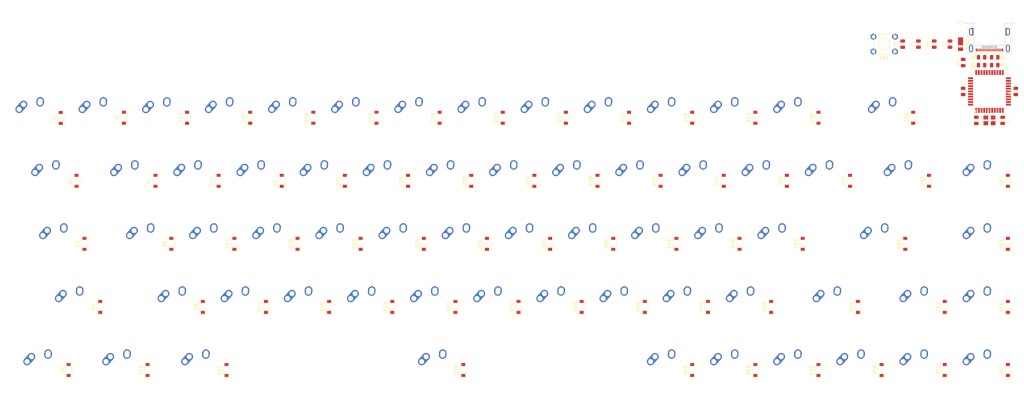
<source format=kicad_pcb>
(kicad_pcb (version 20171130) (host pcbnew "(5.1.4-0-10_14)")
  (title_block (title Monstera) (rev 1) (company lukevers.design))
  (layers (0 F.Cu signal) (31 B.Cu signal) (34 B.Paste user) (35 F.Paste user) (36 B.SilkS user) (37 F.SilkS user) (38 B.Mask user) (39 F.Mask user) (44 Edge.Cuts user))
  (net 0 "")
  (net 1 "Net-(D1-Pad2)")
  (net 2 ROW0)
  (net 3 "Net-(D2-Pad2)")
  (net 4 ROW1)
  (net 5 "Net-(D3-Pad2)")
  (net 6 ROW2)
  (net 7 "Net-(D4-Pad2)")
  (net 8 ROW3)
  (net 9 "Net-(D5-Pad2)")
  (net 10 ROW4)
  (net 11 "Net-(D6-Pad2)")
  (net 12 "Net-(D7-Pad2)")
  (net 13 "Net-(D8-Pad2)")
  (net 14 "Net-(D9-Pad2)")
  (net 15 "Net-(D10-Pad2)")
  (net 16 "Net-(D11-Pad2)")
  (net 17 "Net-(D12-Pad2)")
  (net 18 "Net-(D13-Pad2)")
  (net 19 "Net-(D14-Pad2)")
  (net 20 "Net-(D15-Pad2)")
  (net 21 "Net-(D16-Pad2)")
  (net 22 "Net-(D17-Pad2)")
  (net 23 "Net-(D18-Pad2)")
  (net 24 "Net-(D19-Pad2)")
  (net 25 "Net-(D20-Pad2)")
  (net 26 "Net-(D21-Pad2)")
  (net 27 "Net-(D22-Pad2)")
  (net 28 "Net-(D23-Pad2)")
  (net 29 "Net-(D24-Pad2)")
  (net 30 "Net-(D25-Pad2)")
  (net 31 "Net-(D26-Pad2)")
  (net 32 "Net-(D27-Pad2)")
  (net 33 "Net-(D28-Pad2)")
  (net 34 "Net-(D29-Pad2)")
  (net 35 "Net-(D30-Pad2)")
  (net 36 "Net-(D31-Pad2)")
  (net 37 "Net-(D32-Pad2)")
  (net 38 "Net-(D33-Pad2)")
  (net 39 "Net-(D34-Pad2)")
  (net 40 "Net-(D35-Pad2)")
  (net 41 "Net-(D36-Pad2)")
  (net 42 "Net-(D37-Pad2)")
  (net 43 "Net-(D38-Pad2)")
  (net 44 "Net-(D39-Pad2)")
  (net 45 "Net-(D40-Pad2)")
  (net 46 "Net-(D41-Pad2)")
  (net 47 "Net-(D42-Pad2)")
  (net 48 "Net-(D43-Pad2)")
  (net 49 "Net-(D44-Pad2)")
  (net 50 "Net-(D45-Pad2)")
  (net 51 "Net-(D46-Pad2)")
  (net 52 "Net-(D47-Pad2)")
  (net 53 "Net-(D48-Pad2)")
  (net 54 "Net-(D49-Pad2)")
  (net 55 "Net-(D50-Pad2)")
  (net 56 "Net-(D51-Pad2)")
  (net 57 "Net-(D52-Pad2)")
  (net 58 "Net-(D53-Pad2)")
  (net 59 "Net-(D54-Pad2)")
  (net 60 "Net-(D55-Pad2)")
  (net 61 "Net-(D56-Pad2)")
  (net 62 "Net-(D57-Pad2)")
  (net 63 "Net-(D58-Pad2)")
  (net 64 "Net-(D59-Pad2)")
  (net 65 "Net-(D60-Pad2)")
  (net 66 "Net-(D61-Pad2)")
  (net 67 "Net-(D62-Pad2)")
  (net 68 "Net-(D63-Pad2)")
  (net 69 "Net-(D64-Pad2)")
  (net 70 "Net-(D65-Pad2)")
  (net 71 "Net-(D66-Pad2)")
  (net 72 "Net-(D67-Pad2)")
  (net 73 COL10)
  (net 74 COL1)
  (net 75 COL2)
  (net 76 COL3)
  (net 77 COL4)
  (net 78 COL5)
  (net 79 COL6)
  (net 80 COL7)
  (net 81 COL8)
  (net 82 COL9)
  (net 83 COL13)
  (net 84 COL0)
  (net 85 COL11)
  (net 86 COL12)
  (net 87 GND)
  (net 88 "Net-(C1-Pad1)")
  (net 89 +5V)
  (net 90 "Net-(C6-Pad1)")
  (net 91 "Net-(C7-Pad1)")
  (net 92 VBUS)
  (net 93 VCC)
  (net 94 "Net-(J1-PadB8)")
  (net 95 "Net-(J1-PadA7)")
  (net 96 "Net-(J1-PadA6)")
  (net 97 "Net-(J1-PadB5)")
  (net 98 "Net-(J1-PadB11)")
  (net 99 "Net-(J1-PadB10)")
  (net 100 "Net-(J1-PadA2)")
  (net 101 "Net-(J1-PadA3)")
  (net 102 "Net-(J1-PadA5)")
  (net 103 "Net-(J1-PadB2)")
  (net 104 "Net-(J1-PadB3)")
  (net 105 "Net-(J1-PadA11)")
  (net 106 "Net-(J1-PadA10)")
  (net 107 "Net-(J1-PadA8)")
  (net 108 "Net-(R1-Pad2)")
  (net 109 "Net-(R2-Pad1)")
  (net 110 "Net-(R3-Pad1)")
  (net 111 "Net-(R4-Pad2)")
  (net 112 "Net-(U1-Pad42)")
  (net 113 "Net-(U1-Pad41)")
  (net 114 "Net-(U1-Pad40)")
  (net 115 "Net-(U1-Pad39)")
  (net 116 "Net-(U1-Pad38)")
  (net 117 "Net-(U1-Pad37)")
  (net 118 "Net-(U1-Pad36)")
  (net 119 "Net-(U1-Pad32)")
  (net 120 "Net-(U1-Pad31)")
  (net 121 "Net-(U1-Pad30)")
  (net 122 "Net-(U1-Pad29)")
  (net 123 "Net-(U1-Pad28)")
  (net 124 "Net-(U1-Pad27)")
  (net 125 "Net-(U1-Pad26)")
  (net 126 "Net-(U1-Pad25)")
  (net 127 "Net-(U1-Pad22)")
  (net 128 "Net-(U1-Pad21)")
  (net 129 "Net-(U1-Pad20)")
  (net 130 "Net-(U1-Pad19)")
  (net 131 "Net-(U1-Pad18)")
  (net 132 "Net-(U1-Pad12)")
  (net 133 "Net-(U1-Pad11)")
  (net 134 "Net-(U1-Pad10)")
  (net 135 "Net-(U1-Pad9)")
  (net 136 "Net-(U1-Pad8)")
  (net 137 "Net-(U1-Pad1)")
  (module Crystal:Crystal_SMD_3225-4Pin_3.2x2.5mm (layer F.Cu) (at 323.85 146.84375)
    (fp_text reference Y1 (at 0 -2.45) (layer F.SilkS))
    (fp_text value 16MHz)
    (pad 4 smd rect (at -1.1 -0.85) (size 1.4 1.2) (layers F.Cu F.Paste F.Mask) (net 87 GND))
    (pad 3 smd rect (at 1.1 -0.85) (size 1.4 1.2) (layers F.Cu F.Paste F.Mask) (net 91 "Net-(C7-Pad1)"))
    (pad 2 smd rect (at 1.1 0.85) (size 1.4 1.2) (layers F.Cu F.Paste F.Mask) (net 87 GND))
    (pad 1 smd rect (at -1.1 0.85) (size 1.4 1.2) (layers F.Cu F.Paste F.Mask) (net 90 "Net-(C6-Pad1)"))
  )
  (module Package_QFP:TQFP-44_10x10mm_P0.8mm (layer F.Cu) (at 323.85 138.1125)
    (fp_text reference U1 (at -4.7625 -7.14375) (layer F.SilkS))
    (fp_text value ATmega32U4-AU)
    (pad 44 smd rect (at -4 -5.7 90) (size 1.5 0.55) (layers F.Cu F.Paste F.Mask) (net 89 +5V))
    (pad 43 smd rect (at -3.2 -5.7 90) (size 1.5 0.55) (layers F.Cu F.Paste F.Mask) (net 87 GND))
    (pad 42 smd rect (at -2.4 -5.7 90) (size 1.5 0.55) (layers F.Cu F.Paste F.Mask) (net 112 "Net-(U1-Pad42)"))
    (pad 41 smd rect (at -1.6 -5.7 90) (size 1.5 0.55) (layers F.Cu F.Paste F.Mask) (net 113 "Net-(U1-Pad41)"))
    (pad 40 smd rect (at -0.8 -5.7 90) (size 1.5 0.55) (layers F.Cu F.Paste F.Mask) (net 114 "Net-(U1-Pad40)"))
    (pad 39 smd rect (at 0 -5.7 90) (size 1.5 0.55) (layers F.Cu F.Paste F.Mask) (net 115 "Net-(U1-Pad39)"))
    (pad 38 smd rect (at 0.8 -5.7 90) (size 1.5 0.55) (layers F.Cu F.Paste F.Mask) (net 116 "Net-(U1-Pad38)"))
    (pad 37 smd rect (at 1.6 -5.7 90) (size 1.5 0.55) (layers F.Cu F.Paste F.Mask) (net 117 "Net-(U1-Pad37)"))
    (pad 36 smd rect (at 2.4 -5.7 90) (size 1.5 0.55) (layers F.Cu F.Paste F.Mask) (net 118 "Net-(U1-Pad36)"))
    (pad 35 smd rect (at 3.2 -5.7 90) (size 1.5 0.55) (layers F.Cu F.Paste F.Mask) (net 87 GND))
    (pad 34 smd rect (at 4 -5.7 90) (size 1.5 0.55) (layers F.Cu F.Paste F.Mask) (net 89 +5V))
    (pad 33 smd rect (at 5.7 -4) (size 1.5 0.55) (layers F.Cu F.Paste F.Mask) (net 108 "Net-(R1-Pad2)"))
    (pad 32 smd rect (at 5.7 -3.2) (size 1.5 0.55) (layers F.Cu F.Paste F.Mask) (net 119 "Net-(U1-Pad32)"))
    (pad 31 smd rect (at 5.7 -2.4) (size 1.5 0.55) (layers F.Cu F.Paste F.Mask) (net 120 "Net-(U1-Pad31)"))
    (pad 30 smd rect (at 5.7 -1.6) (size 1.5 0.55) (layers F.Cu F.Paste F.Mask) (net 121 "Net-(U1-Pad30)"))
    (pad 29 smd rect (at 5.7 -0.8) (size 1.5 0.55) (layers F.Cu F.Paste F.Mask) (net 122 "Net-(U1-Pad29)"))
    (pad 28 smd rect (at 5.7 0) (size 1.5 0.55) (layers F.Cu F.Paste F.Mask) (net 123 "Net-(U1-Pad28)"))
    (pad 27 smd rect (at 5.7 0.8) (size 1.5 0.55) (layers F.Cu F.Paste F.Mask) (net 124 "Net-(U1-Pad27)"))
    (pad 26 smd rect (at 5.7 1.6) (size 1.5 0.55) (layers F.Cu F.Paste F.Mask) (net 125 "Net-(U1-Pad26)"))
    (pad 25 smd rect (at 5.7 2.4) (size 1.5 0.55) (layers F.Cu F.Paste F.Mask) (net 126 "Net-(U1-Pad25)"))
    (pad 24 smd rect (at 5.7 3.2) (size 1.5 0.55) (layers F.Cu F.Paste F.Mask) (net 89 +5V))
    (pad 23 smd rect (at 5.7 4) (size 1.5 0.55) (layers F.Cu F.Paste F.Mask) (net 87 GND))
    (pad 22 smd rect (at 4 5.7 90) (size 1.5 0.55) (layers F.Cu F.Paste F.Mask) (net 127 "Net-(U1-Pad22)"))
    (pad 21 smd rect (at 3.2 5.7 90) (size 1.5 0.55) (layers F.Cu F.Paste F.Mask) (net 128 "Net-(U1-Pad21)"))
    (pad 20 smd rect (at 2.4 5.7 90) (size 1.5 0.55) (layers F.Cu F.Paste F.Mask) (net 129 "Net-(U1-Pad20)"))
    (pad 19 smd rect (at 1.6 5.7 90) (size 1.5 0.55) (layers F.Cu F.Paste F.Mask) (net 130 "Net-(U1-Pad19)"))
    (pad 18 smd rect (at 0.8 5.7 90) (size 1.5 0.55) (layers F.Cu F.Paste F.Mask) (net 131 "Net-(U1-Pad18)"))
    (pad 17 smd rect (at 0 5.7 90) (size 1.5 0.55) (layers F.Cu F.Paste F.Mask) (net 90 "Net-(C6-Pad1)"))
    (pad 16 smd rect (at -0.8 5.7 90) (size 1.5 0.55) (layers F.Cu F.Paste F.Mask) (net 91 "Net-(C7-Pad1)"))
    (pad 15 smd rect (at -1.6 5.7 90) (size 1.5 0.55) (layers F.Cu F.Paste F.Mask) (net 87 GND))
    (pad 14 smd rect (at -2.4 5.7 90) (size 1.5 0.55) (layers F.Cu F.Paste F.Mask) (net 89 +5V))
    (pad 13 smd rect (at -3.2 5.7 90) (size 1.5 0.55) (layers F.Cu F.Paste F.Mask) (net 111 "Net-(R4-Pad2)"))
    (pad 12 smd rect (at -4 5.7 90) (size 1.5 0.55) (layers F.Cu F.Paste F.Mask) (net 132 "Net-(U1-Pad12)"))
    (pad 11 smd rect (at -5.7 4) (size 1.5 0.55) (layers F.Cu F.Paste F.Mask) (net 133 "Net-(U1-Pad11)"))
    (pad 10 smd rect (at -5.7 3.2) (size 1.5 0.55) (layers F.Cu F.Paste F.Mask) (net 134 "Net-(U1-Pad10)"))
    (pad 9 smd rect (at -5.7 2.4) (size 1.5 0.55) (layers F.Cu F.Paste F.Mask) (net 135 "Net-(U1-Pad9)"))
    (pad 8 smd rect (at -5.7 1.6) (size 1.5 0.55) (layers F.Cu F.Paste F.Mask) (net 136 "Net-(U1-Pad8)"))
    (pad 7 smd rect (at -5.7 0.8) (size 1.5 0.55) (layers F.Cu F.Paste F.Mask) (net 89 +5V))
    (pad 6 smd rect (at -5.7 0) (size 1.5 0.55) (layers F.Cu F.Paste F.Mask) (net 88 "Net-(C1-Pad1)"))
    (pad 5 smd rect (at -5.7 -0.8) (size 1.5 0.55) (layers F.Cu F.Paste F.Mask) (net 87 GND))
    (pad 4 smd rect (at -5.7 -1.6) (size 1.5 0.55) (layers F.Cu F.Paste F.Mask) (net 109 "Net-(R2-Pad1)"))
    (pad 3 smd rect (at -5.7 -2.4) (size 1.5 0.55) (layers F.Cu F.Paste F.Mask) (net 110 "Net-(R3-Pad1)"))
    (pad 2 smd rect (at -5.7 -3.2) (size 1.5 0.55) (layers F.Cu F.Paste F.Mask) (net 89 +5V))
    (pad 1 smd rect (at -5.7 -4) (size 1.5 0.55) (layers F.Cu F.Paste F.Mask) (net 137 "Net-(U1-Pad1)"))
  )
  (module random-keyboard-parts:PushButton_6x6mm_TH (layer F.Cu) (at 292.1 123.825)
    (fp_text reference SW1 (at 0 4.064) (layer F.SilkS))
    (fp_text value SW_Push)
    (pad 4 thru_hole circle (at -3.25 -2.25) (size 1.8 1.8) (drill 1) (layers *.Cu *.Mask))
    (pad 3 thru_hole circle (at 3.25 2.25) (size 1.8 1.8) (drill 1) (layers *.Cu *.Mask))
    (pad 2 thru_hole circle (at -3.25 2.25) (size 1.8 1.8) (drill 1) (layers *.Cu *.Mask) (net 111 "Net-(R4-Pad2)"))
    (pad 1 thru_hole circle (at 3.25 -2.25) (size 1.8 1.8) (drill 1) (layers *.Cu *.Mask) (net 87 GND))
  )
  (module Resistor_SMD:R_0805_2012Metric (layer F.Cu) (at 321.46875 127.79375)
    (fp_text reference R6 (at -2.38125 0) (layer F.SilkS))
    (fp_text value 5k1)
    (pad 2 smd roundrect (at 0.9375 0) (size 0.975 1.4) (layers F.Cu F.Paste F.Mask) (net 97 "Net-(J1-PadB5)"))
    (pad 1 smd roundrect (at -0.9375 0) (size 0.975 1.4) (layers F.Cu F.Paste F.Mask) (net 87 GND))
  )
  (module Resistor_SMD:R_0805_2012Metric (layer F.Cu) (at 325.4375 127.79375 180)
    (fp_text reference R5 (at -2.38125 0) (layer F.SilkS))
    (fp_text value 5k1)
    (pad 2 smd roundrect (at 0.9375 0 180) (size 0.975 1.4) (layers F.Cu F.Paste F.Mask) (net 102 "Net-(J1-PadA5)"))
    (pad 1 smd roundrect (at -0.9375 0 180) (size 0.975 1.4) (layers F.Cu F.Paste F.Mask) (net 87 GND))
  )
  (module Resistor_SMD:R_0805_2012Metric (layer F.Cu) (at 315.9125 129.38125 90)
    (fp_text reference R4 (at 0 -1.65 90) (layer F.SilkS))
    (fp_text value 10k)
    (pad 2 smd roundrect (at 0.9375 0 90) (size 0.975 1.4) (layers F.Cu F.Paste F.Mask) (net 111 "Net-(R4-Pad2)"))
    (pad 1 smd roundrect (at -0.9375 0 90) (size 0.975 1.4) (layers F.Cu F.Paste F.Mask) (net 89 +5V))
  )
  (module Resistor_SMD:R_0805_2012Metric (layer F.Cu) (at 321.46875 130.175)
    (fp_text reference R3 (at -2.38125 0) (layer F.SilkS))
    (fp_text value 22)
    (pad 2 smd roundrect (at 0.9375 0) (size 0.975 1.4) (layers F.Cu F.Paste F.Mask) (net 95 "Net-(J1-PadA7)"))
    (pad 1 smd roundrect (at -0.9375 0) (size 0.975 1.4) (layers F.Cu F.Paste F.Mask) (net 110 "Net-(R3-Pad1)"))
  )
  (module Resistor_SMD:R_0805_2012Metric (layer F.Cu) (at 325.4375 130.175)
    (fp_text reference R2 (at 2.38125 0) (layer F.SilkS))
    (fp_text value 22)
    (pad 2 smd roundrect (at 0.9375 0) (size 0.975 1.4) (layers F.Cu F.Paste F.Mask) (net 96 "Net-(J1-PadA6)"))
    (pad 1 smd roundrect (at -0.9375 0) (size 0.975 1.4) (layers F.Cu F.Paste F.Mask) (net 109 "Net-(R2-Pad1)"))
  )
  (module Resistor_SMD:R_0805_2012Metric (layer F.Cu) (at 331.7875 138.1125 90)
    (fp_text reference R1 (at 0 -1.65 90) (layer F.SilkS))
    (fp_text value 10k)
    (pad 2 smd roundrect (at 0.9375 0 90) (size 0.975 1.4) (layers F.Cu F.Paste F.Mask) (net 108 "Net-(R1-Pad2)"))
    (pad 1 smd roundrect (at -0.9375 0 90) (size 0.975 1.4) (layers F.Cu F.Paste F.Mask) (net 87 GND))
  )
  (module usb-type-c:CX70M-24P1 (layer F.Cu) (at 323.85 117.475 90)
    (fp_text reference J1 (at 0 -8.89 90) (layer F.SilkS) (effects (font (size 0.8 0.8))))
    (fp_text value USB_C_Receptacle)
    (fp_line (start 0 -4.67) (end 0 -7.62) (layer Edge.Cuts) (width 0.15))
    (fp_line (start -6.65 -4.67) (end 0 -4.67) (layer Edge.Cuts) (width 0.15))
    (fp_line (start -6.65 4.67) (end -6.65 -4.67) (layer Edge.Cuts) (width 0.15))
    (fp_line (start 0 4.67) (end -6.65 4.67) (layer Edge.Cuts) (width 0.15))
    (fp_line (start 0 7.62) (end 0 4.67) (layer Edge.Cuts) (width 0.15))
    (pad S1 smd rect (at -2.6 5.2 180) (size 0.7 2.3) (layers F.Cu F.Mask) (net 87 GND))
    (pad S1 smd rect (at -2.6 -5.2 180) (size 0.7 2.3) (layers F.Cu F.Mask) (net 87 GND))
    (pad S1 thru_hole oval (at -7.65 5.55 180) (size 1.2 2.3) (drill oval 0.6 1.7) (layers *.Cu *.Mask) (net 87 GND))
    (pad S1 thru_hole oval (at -7.65 -5.55 180) (size 1.2 2.3) (drill oval 0.6 1.7) (layers *.Cu *.Mask) (net 87 GND))
    (pad S1 thru_hole oval (at -2.6 5.55 180) (size 1.2 2.3) (drill oval 0.6 1.7) (layers *.Cu *.Mask) (net 87 GND))
    (pad S1 thru_hole oval (at -2.6 -5.55 180) (size 1.2 2.3) (drill oval 0.6 1.7) (layers *.Cu *.Mask) (net 87 GND))
    (pad B9 thru_hole circle (at -7.2 2 180) (size 0.6 0.6) (drill 0.4) (layers *.Cu *.Mask) (net 92 VBUS))
    (pad B8 thru_hole circle (at -7.2 1.2 180) (size 0.6 0.6) (drill 0.4) (layers *.Cu *.Mask) (net 94 "Net-(J1-PadB8)"))
    (pad B7 thru_hole circle (at -7.2 0.4 180) (size 0.6 0.6) (drill 0.4) (layers *.Cu *.Mask) (net 95 "Net-(J1-PadA7)"))
    (pad B6 thru_hole circle (at -7.2 -0.4 180) (size 0.6 0.6) (drill 0.4) (layers *.Cu *.Mask) (net 96 "Net-(J1-PadA6)"))
    (pad B5 thru_hole circle (at -7.2 -1.2 180) (size 0.6 0.6) (drill 0.4) (layers *.Cu *.Mask) (net 97 "Net-(J1-PadB5)"))
    (pad B4 thru_hole circle (at -7.2 -2 180) (size 0.6 0.6) (drill 0.4) (layers *.Cu *.Mask) (net 92 VBUS))
    (pad S1 smd rect (at -8.125 3.915 180) (size 0.46 0.85) (layers F.Cu F.Paste F.Mask) (net 87 GND))
    (pad S1 smd rect (at -8.125 -3.915 180) (size 0.46 0.85) (layers F.Cu F.Paste F.Mask) (net 87 GND))
    (pad B12 smd rect (at -8.125 3.4 180) (size 0.23 0.85) (layers F.Cu F.Paste F.Mask) (net 87 GND))
    (pad B11 smd rect (at -8.125 3 180) (size 0.23 0.85) (layers F.Cu F.Paste F.Mask) (net 98 "Net-(J1-PadB11)"))
    (pad B10 smd rect (at -8.125 2.6 180) (size 0.23 0.85) (layers F.Cu F.Paste F.Mask) (net 99 "Net-(J1-PadB10)"))
    (pad A1 smd rect (at -8.125 2.2 180) (size 0.23 0.85) (layers F.Cu F.Paste F.Mask) (net 87 GND))
    (pad A2 smd rect (at -8.125 1.8 180) (size 0.23 0.85) (layers F.Cu F.Paste F.Mask) (net 100 "Net-(J1-PadA2)"))
    (pad A3 smd rect (at -8.125 1.4 180) (size 0.23 0.85) (layers F.Cu F.Paste F.Mask) (net 101 "Net-(J1-PadA3)"))
    (pad A4 smd rect (at -8.125 1 180) (size 0.23 0.85) (layers F.Cu F.Paste F.Mask) (net 92 VBUS))
    (pad A5 smd rect (at -8.125 0.6 180) (size 0.23 0.85) (layers F.Cu F.Paste F.Mask) (net 102 "Net-(J1-PadA5)"))
    (pad B1 smd rect (at -8.125 -3.4 180) (size 0.23 0.85) (layers F.Cu F.Paste F.Mask) (net 87 GND))
    (pad B2 smd rect (at -8.125 -3 180) (size 0.23 0.85) (layers F.Cu F.Paste F.Mask) (net 103 "Net-(J1-PadB2)"))
    (pad B3 smd rect (at -8.125 -2.6 180) (size 0.23 0.85) (layers F.Cu F.Paste F.Mask) (net 104 "Net-(J1-PadB3)"))
    (pad A12 smd rect (at -8.125 -2.2 180) (size 0.23 0.85) (layers F.Cu F.Paste F.Mask) (net 87 GND))
    (pad A11 smd rect (at -8.125 -1.8 180) (size 0.23 0.85) (layers F.Cu F.Paste F.Mask) (net 105 "Net-(J1-PadA11)"))
    (pad A10 smd rect (at -8.125 -1.4 180) (size 0.23 0.85) (layers F.Cu F.Paste F.Mask) (net 106 "Net-(J1-PadA10)"))
    (pad A9 smd rect (at -8.125 -1 180) (size 0.23 0.85) (layers F.Cu F.Paste F.Mask) (net 92 VBUS))
    (pad A8 smd rect (at -8.125 -0.6 180) (size 0.23 0.85) (layers F.Cu F.Paste F.Mask) (net 107 "Net-(J1-PadA8)"))
    (pad A7 smd rect (at -8.125 -0.2 180) (size 0.23 0.85) (layers F.Cu F.Paste F.Mask) (net 95 "Net-(J1-PadA7)"))
    (pad A6 smd rect (at -8.125 0.2 180) (size 0.23 0.85) (layers F.Cu F.Paste F.Mask) (net 96 "Net-(J1-PadA6)"))
  )
  (module Diode_SMD:D_PowerDI-123 (layer F.Cu) (at 315.11875 123.825 270)
    (fp_text reference DS1 (at 0 -2 90) (layer F.SilkS))
    (fp_text value D_Schottky_Small)
    (pad 2 smd rect (at 1.525 0 90) (size 1.05 1.5) (layers F.Cu F.Paste F.Mask) (net 92 VBUS))
    (pad 1 smd rect (at -0.85 0 90) (size 2.4 1.5) (layers F.Cu F.Paste F.Mask) (net 93 VCC))
  )
  (module Capacitor_SMD:C_0805_2012Metric (layer F.Cu) (at 327.81875 146.84375 270)
    (fp_text reference C7 (at 0 -1.65 90) (layer F.SilkS))
    (fp_text value 22pF)
    (pad 2 smd roundrect (at 0.9375 0 270) (size 0.975 1.4) (layers F.Cu F.Paste F.Mask) (net 87 GND))
    (pad 1 smd roundrect (at -0.9375 0 270) (size 0.975 1.4) (layers F.Cu F.Paste F.Mask) (net 91 "Net-(C7-Pad1)"))
  )
  (module Capacitor_SMD:C_0805_2012Metric (layer F.Cu) (at 319.88125 146.84375 90)
    (fp_text reference C6 (at 2.38125 0 90) (layer F.SilkS))
    (fp_text value 22pF)
    (pad 2 smd roundrect (at 0.9375 0 90) (size 0.975 1.4) (layers F.Cu F.Paste F.Mask) (net 87 GND))
    (pad 1 smd roundrect (at -0.9375 0 90) (size 0.975 1.4) (layers F.Cu F.Paste F.Mask) (net 90 "Net-(C6-Pad1)"))
  )
  (module Capacitor_SMD:C_0805_2012Metric (layer F.Cu) (at 297.65625 123.825 90)
    (fp_text reference C5 (at 0 -1.65 90) (layer F.SilkS))
    (fp_text value 0.1uF)
    (pad 2 smd roundrect (at 0.9375 0 90) (size 0.975 1.4) (layers F.Cu F.Paste F.Mask) (net 87 GND))
    (pad 1 smd roundrect (at -0.9375 0 90) (size 0.975 1.4) (layers F.Cu F.Paste F.Mask) (net 89 +5V))
  )
  (module Capacitor_SMD:C_0805_2012Metric (layer F.Cu) (at 302.41875 123.825 90)
    (fp_text reference C4 (at 0 -1.65 90) (layer F.SilkS))
    (fp_text value 0.1uF)
    (pad 2 smd roundrect (at 0.9375 0 90) (size 0.975 1.4) (layers F.Cu F.Paste F.Mask) (net 87 GND))
    (pad 1 smd roundrect (at -0.9375 0 90) (size 0.975 1.4) (layers F.Cu F.Paste F.Mask) (net 89 +5V))
  )
  (module Capacitor_SMD:C_0805_2012Metric (layer F.Cu) (at 307.18125 123.825 90)
    (fp_text reference C3 (at 0 -1.65 90) (layer F.SilkS))
    (fp_text value 0.1uF)
    (pad 2 smd roundrect (at 0.9375 0 90) (size 0.975 1.4) (layers F.Cu F.Paste F.Mask) (net 87 GND))
    (pad 1 smd roundrect (at -0.9375 0 90) (size 0.975 1.4) (layers F.Cu F.Paste F.Mask) (net 89 +5V))
  )
  (module Capacitor_SMD:C_0805_2012Metric (layer F.Cu) (at 311.94375 123.825 90)
    (fp_text reference C2 (at 0 -1.65 90) (layer F.SilkS))
    (fp_text value 10uF)
    (pad 2 smd roundrect (at 0.9375 0 90) (size 0.975 1.4) (layers F.Cu F.Paste F.Mask) (net 87 GND))
    (pad 1 smd roundrect (at -0.9375 0 90) (size 0.975 1.4) (layers F.Cu F.Paste F.Mask) (net 89 +5V))
  )
  (module Capacitor_SMD:C_0805_2012Metric (layer F.Cu) (at 315.9125 138.1125 90)
    (fp_text reference C1 (at 2.38125 0 90) (layer F.SilkS))
    (fp_text value 1uF)
    (pad 2 smd roundrect (at 0.9375 0 90) (size 0.975 1.4) (layers F.Cu F.Paste F.Mask) (net 87 GND))
    (pad 1 smd roundrect (at -0.9375 0 90) (size 0.975 1.4) (layers F.Cu F.Paste F.Mask) (net 88 "Net-(C1-Pad1)"))
  )
  (module MX_Alps_Hybrid:MX-2.25U-NoLED (layer F.Cu) (at 46.83125 203.2)
    (fp_text reference MX_LSHIFT1)
    (fp_text value MX-NoLED)
    (pad "" np_thru_hole circle (at 11.938 8.255) (size 3.9878 3.9878) (drill 3.9878) (layers *.Cu *.Mask))
    (pad "" np_thru_hole circle (at -11.938 8.255) (size 3.9878 3.9878) (drill 3.9878) (layers *.Cu *.Mask))
    (pad "" np_thru_hole circle (at 11.938 -6.985) (size 3.048 3.048) (drill 3.048) (layers *.Cu *.Mask))
    (pad "" np_thru_hole circle (at -11.938 -6.985) (size 3.048 3.048) (drill 3.048) (layers *.Cu *.Mask))
    (pad "" np_thru_hole circle (at 5.08 0 48.0996) (size 1.75 1.75) (drill 1.75) (layers *.Cu *.Mask))
    (pad "" np_thru_hole circle (at -5.08 0 48.0996) (size 1.75 1.75) (drill 1.75) (layers *.Cu *.Mask))
    (pad 1 thru_hole circle (at -2.5 -4) (size 2.25 2.25) (drill 1.47) (layers *.Cu B.Mask) (net 84 COL0))
    (pad "" np_thru_hole circle (at 0 0) (size 3.9878 3.9878) (drill 3.9878) (layers *.Cu *.Mask))
    (pad 1 thru_hole oval (at -3.81 -2.54 48.0996) (size 4.211556 2.25) (drill 1.47 (offset 0.980778 0)) (layers *.Cu B.Mask) (net 84 COL0))
    (pad 2 thru_hole circle (at 2.54 -5.08) (size 2.25 2.25) (drill 1.47) (layers *.Cu B.Mask) (net 7 "Net-(D4-Pad2)"))
    (pad 2 thru_hole oval (at 2.5 -4.5 86.0548) (size 2.831378 2.25) (drill 1.47 (offset 0.290689 0)) (layers *.Cu B.Mask) (net 7 "Net-(D4-Pad2)"))
  )
  (module MX_Alps_Hybrid:MX-1.25U-NoLED (layer F.Cu) (at 61.11875 222.25)
    (fp_text reference MX_LALT1)
    (fp_text value MX-NoLED)
    (pad "" np_thru_hole circle (at 5.08 0 48.0996) (size 1.75 1.75) (drill 1.75) (layers *.Cu *.Mask))
    (pad "" np_thru_hole circle (at -5.08 0 48.0996) (size 1.75 1.75) (drill 1.75) (layers *.Cu *.Mask))
    (pad 1 thru_hole circle (at -2.5 -4) (size 2.25 2.25) (drill 1.47) (layers *.Cu B.Mask) (net 74 COL1))
    (pad "" np_thru_hole circle (at 0 0) (size 3.9878 3.9878) (drill 3.9878) (layers *.Cu *.Mask))
    (pad 1 thru_hole oval (at -3.81 -2.54 48.0996) (size 4.211556 2.25) (drill 1.47 (offset 0.980778 0)) (layers *.Cu B.Mask) (net 74 COL1))
    (pad 2 thru_hole circle (at 2.54 -5.08) (size 2.25 2.25) (drill 1.47) (layers *.Cu B.Mask) (net 15 "Net-(D10-Pad2)"))
    (pad 2 thru_hole oval (at 2.5 -4.5 86.0548) (size 2.831378 2.25) (drill 1.47 (offset 0.290689 0)) (layers *.Cu B.Mask) (net 15 "Net-(D10-Pad2)"))
  )
  (module MX_Alps_Hybrid:MX-1U-NoLED (layer F.Cu) (at 177.8 165.1)
    (fp_text reference MX_U1)
    (fp_text value MX-NoLED)
    (pad "" np_thru_hole circle (at 5.08 0 48.0996) (size 1.75 1.75) (drill 1.75) (layers *.Cu *.Mask))
    (pad "" np_thru_hole circle (at -5.08 0 48.0996) (size 1.75 1.75) (drill 1.75) (layers *.Cu *.Mask))
    (pad 1 thru_hole circle (at -2.5 -4) (size 2.25 2.25) (drill 1.47) (layers *.Cu B.Mask) (net 80 COL7))
    (pad "" np_thru_hole circle (at 0 0) (size 3.9878 3.9878) (drill 3.9878) (layers *.Cu *.Mask))
    (pad 1 thru_hole oval (at -3.81 -2.54 48.0996) (size 4.211556 2.25) (drill 1.47 (offset 0.980778 0)) (layers *.Cu B.Mask) (net 80 COL7))
    (pad 2 thru_hole circle (at 2.54 -5.08) (size 2.25 2.25) (drill 1.47) (layers *.Cu B.Mask) (net 39 "Net-(D34-Pad2)"))
    (pad 2 thru_hole oval (at 2.5 -4.5 86.0548) (size 2.831378 2.25) (drill 1.47 (offset 0.290689 0)) (layers *.Cu B.Mask) (net 39 "Net-(D34-Pad2)"))
  )
  (module MX_Alps_Hybrid:MX-6.25U-NoLED (layer F.Cu) (at 156.36875 222.25)
    (fp_text reference MX_SPACE1)
    (fp_text value MX-NoLED)
    (pad "" np_thru_hole circle (at 49.9999 8.255) (size 3.9878 3.9878) (drill 3.9878) (layers *.Cu *.Mask))
    (pad "" np_thru_hole circle (at -49.9999 8.255) (size 3.9878 3.9878) (drill 3.9878) (layers *.Cu *.Mask))
    (pad "" np_thru_hole circle (at 49.9999 -6.985) (size 3.048 3.048) (drill 3.048) (layers *.Cu *.Mask))
    (pad "" np_thru_hole circle (at -49.9999 -6.985) (size 3.048 3.048) (drill 3.048) (layers *.Cu *.Mask))
    (pad "" np_thru_hole circle (at 5.08 0 48.0996) (size 1.75 1.75) (drill 1.75) (layers *.Cu *.Mask))
    (pad "" np_thru_hole circle (at -5.08 0 48.0996) (size 1.75 1.75) (drill 1.75) (layers *.Cu *.Mask))
    (pad 1 thru_hole circle (at -2.5 -4) (size 2.25 2.25) (drill 1.47) (layers *.Cu B.Mask) (net 78 COL5))
    (pad "" np_thru_hole circle (at 0 0) (size 3.9878 3.9878) (drill 3.9878) (layers *.Cu *.Mask))
    (pad 1 thru_hole oval (at -3.81 -2.54 48.0996) (size 4.211556 2.25) (drill 1.47 (offset 0.980778 0)) (layers *.Cu B.Mask) (net 78 COL5))
    (pad 2 thru_hole circle (at 2.54 -5.08) (size 2.25 2.25) (drill 1.47) (layers *.Cu B.Mask) (net 33 "Net-(D28-Pad2)"))
    (pad 2 thru_hole oval (at 2.5 -4.5 86.0548) (size 2.831378 2.25) (drill 1.47 (offset 0.290689 0)) (layers *.Cu B.Mask) (net 33 "Net-(D28-Pad2)"))
  )
  (module MX_Alps_Hybrid:MX-1U-NoLED (layer F.Cu) (at 258.7625 184.15)
    (fp_text reference MX_QUOTE1)
    (fp_text value MX-NoLED)
    (pad "" np_thru_hole circle (at 5.08 0 48.0996) (size 1.75 1.75) (drill 1.75) (layers *.Cu *.Mask))
    (pad "" np_thru_hole circle (at -5.08 0 48.0996) (size 1.75 1.75) (drill 1.75) (layers *.Cu *.Mask))
    (pad 1 thru_hole circle (at -2.5 -4) (size 2.25 2.25) (drill 1.47) (layers *.Cu B.Mask) (net 85 COL11))
    (pad "" np_thru_hole circle (at 0 0) (size 3.9878 3.9878) (drill 3.9878) (layers *.Cu *.Mask))
    (pad 1 thru_hole oval (at -3.81 -2.54 48.0996) (size 4.211556 2.25) (drill 1.47 (offset 0.980778 0)) (layers *.Cu B.Mask) (net 85 COL11))
    (pad 2 thru_hole circle (at 2.54 -5.08) (size 2.25 2.25) (drill 1.47) (layers *.Cu B.Mask) (net 58 "Net-(D53-Pad2)"))
    (pad 2 thru_hole oval (at 2.5 -4.5 86.0548) (size 2.831378 2.25) (drill 1.47 (offset 0.290689 0)) (layers *.Cu B.Mask) (net 58 "Net-(D53-Pad2)"))
  )
  (module MX_Alps_Hybrid:MX-1.5U-NoLED (layer F.Cu) (at 296.8625 165.1)
    (fp_text reference MX_PIPE1)
    (fp_text value MX-NoLED)
    (pad "" np_thru_hole circle (at 5.08 0 48.0996) (size 1.75 1.75) (drill 1.75) (layers *.Cu *.Mask))
    (pad "" np_thru_hole circle (at -5.08 0 48.0996) (size 1.75 1.75) (drill 1.75) (layers *.Cu *.Mask))
    (pad 1 thru_hole circle (at -2.5 -4) (size 2.25 2.25) (drill 1.47) (layers *.Cu B.Mask) (net 83 COL13))
    (pad "" np_thru_hole circle (at 0 0) (size 3.9878 3.9878) (drill 3.9878) (layers *.Cu *.Mask))
    (pad 1 thru_hole oval (at -3.81 -2.54 48.0996) (size 4.211556 2.25) (drill 1.47 (offset 0.980778 0)) (layers *.Cu B.Mask) (net 83 COL13))
    (pad 2 thru_hole circle (at 2.54 -5.08) (size 2.25 2.25) (drill 1.47) (layers *.Cu B.Mask) (net 65 "Net-(D60-Pad2)"))
    (pad 2 thru_hole oval (at 2.5 -4.5 86.0548) (size 2.831378 2.25) (drill 1.47 (offset 0.290689 0)) (layers *.Cu B.Mask) (net 65 "Net-(D60-Pad2)"))
  )
  (module MX_Alps_Hybrid:MX-1U-NoLED (layer F.Cu) (at 192.0875 203.2)
    (fp_text reference MX_M1)
    (fp_text value MX-NoLED)
    (pad "" np_thru_hole circle (at 5.08 0 48.0996) (size 1.75 1.75) (drill 1.75) (layers *.Cu *.Mask))
    (pad "" np_thru_hole circle (at -5.08 0 48.0996) (size 1.75 1.75) (drill 1.75) (layers *.Cu *.Mask))
    (pad 1 thru_hole circle (at -2.5 -4) (size 2.25 2.25) (drill 1.47) (layers *.Cu B.Mask) (net 80 COL7))
    (pad "" np_thru_hole circle (at 0 0) (size 3.9878 3.9878) (drill 3.9878) (layers *.Cu *.Mask))
    (pad 1 thru_hole oval (at -3.81 -2.54 48.0996) (size 4.211556 2.25) (drill 1.47 (offset 0.980778 0)) (layers *.Cu B.Mask) (net 80 COL7))
    (pad 2 thru_hole circle (at 2.54 -5.08) (size 2.25 2.25) (drill 1.47) (layers *.Cu B.Mask) (net 41 "Net-(D36-Pad2)"))
    (pad 2 thru_hole oval (at 2.5 -4.5 86.0548) (size 2.831378 2.25) (drill 1.47 (offset 0.290689 0)) (layers *.Cu B.Mask) (net 41 "Net-(D36-Pad2)"))
  )
  (module MX_Alps_Hybrid:MX-1.25U-NoLED (layer F.Cu) (at 84.93125 222.25)
    (fp_text reference MX_LMETA1)
    (fp_text value MX-NoLED)
    (pad "" np_thru_hole circle (at 5.08 0 48.0996) (size 1.75 1.75) (drill 1.75) (layers *.Cu *.Mask))
    (pad "" np_thru_hole circle (at -5.08 0 48.0996) (size 1.75 1.75) (drill 1.75) (layers *.Cu *.Mask))
    (pad 1 thru_hole circle (at -2.5 -4) (size 2.25 2.25) (drill 1.47) (layers *.Cu B.Mask) (net 75 COL2))
    (pad "" np_thru_hole circle (at 0 0) (size 3.9878 3.9878) (drill 3.9878) (layers *.Cu *.Mask))
    (pad 1 thru_hole oval (at -3.81 -2.54 48.0996) (size 4.211556 2.25) (drill 1.47 (offset 0.980778 0)) (layers *.Cu B.Mask) (net 75 COL2))
    (pad 2 thru_hole circle (at 2.54 -5.08) (size 2.25 2.25) (drill 1.47) (layers *.Cu B.Mask) (net 20 "Net-(D15-Pad2)"))
    (pad 2 thru_hole oval (at 2.5 -4.5 86.0548) (size 2.831378 2.25) (drill 1.47 (offset 0.290689 0)) (layers *.Cu B.Mask) (net 20 "Net-(D15-Pad2)"))
  )
  (module MX_Alps_Hybrid:MX-1U-NoLED (layer F.Cu) (at 254 165.1)
    (fp_text reference MX_LBRACE1)
    (fp_text value MX-NoLED)
    (pad "" np_thru_hole circle (at 5.08 0 48.0996) (size 1.75 1.75) (drill 1.75) (layers *.Cu *.Mask))
    (pad "" np_thru_hole circle (at -5.08 0 48.0996) (size 1.75 1.75) (drill 1.75) (layers *.Cu *.Mask))
    (pad 1 thru_hole circle (at -2.5 -4) (size 2.25 2.25) (drill 1.47) (layers *.Cu B.Mask) (net 85 COL11))
    (pad "" np_thru_hole circle (at 0 0) (size 3.9878 3.9878) (drill 3.9878) (layers *.Cu *.Mask))
    (pad 1 thru_hole oval (at -3.81 -2.54 48.0996) (size 4.211556 2.25) (drill 1.47 (offset 0.980778 0)) (layers *.Cu B.Mask) (net 85 COL11))
    (pad 2 thru_hole circle (at 2.54 -5.08) (size 2.25 2.25) (drill 1.47) (layers *.Cu B.Mask) (net 57 "Net-(D52-Pad2)"))
    (pad 2 thru_hole oval (at 2.5 -4.5 86.0548) (size 2.831378 2.25) (drill 1.47 (offset 0.290689 0)) (layers *.Cu B.Mask) (net 57 "Net-(D52-Pad2)"))
  )
  (module MX_Alps_Hybrid:MX-1U-NoLED (layer F.Cu) (at 182.5625 184.15)
    (fp_text reference MX_J1)
    (fp_text value MX-NoLED)
    (pad "" np_thru_hole circle (at 5.08 0 48.0996) (size 1.75 1.75) (drill 1.75) (layers *.Cu *.Mask))
    (pad "" np_thru_hole circle (at -5.08 0 48.0996) (size 1.75 1.75) (drill 1.75) (layers *.Cu *.Mask))
    (pad 1 thru_hole circle (at -2.5 -4) (size 2.25 2.25) (drill 1.47) (layers *.Cu B.Mask) (net 80 COL7))
    (pad "" np_thru_hole circle (at 0 0) (size 3.9878 3.9878) (drill 3.9878) (layers *.Cu *.Mask))
    (pad 1 thru_hole oval (at -3.81 -2.54 48.0996) (size 4.211556 2.25) (drill 1.47 (offset 0.980778 0)) (layers *.Cu B.Mask) (net 80 COL7))
    (pad 2 thru_hole circle (at 2.54 -5.08) (size 2.25 2.25) (drill 1.47) (layers *.Cu B.Mask) (net 40 "Net-(D35-Pad2)"))
    (pad 2 thru_hole oval (at 2.5 -4.5 86.0548) (size 2.831378 2.25) (drill 1.47 (offset 0.290689 0)) (layers *.Cu B.Mask) (net 40 "Net-(D35-Pad2)"))
  )
  (module MX_Alps_Hybrid:MX-1U-NoLED (layer F.Cu) (at 263.525 222.25)
    (fp_text reference MX_FN1)
    (fp_text value MX-NoLED)
    (pad "" np_thru_hole circle (at 5.08 0 48.0996) (size 1.75 1.75) (drill 1.75) (layers *.Cu *.Mask))
    (pad "" np_thru_hole circle (at -5.08 0 48.0996) (size 1.75 1.75) (drill 1.75) (layers *.Cu *.Mask))
    (pad 1 thru_hole circle (at -2.5 -4) (size 2.25 2.25) (drill 1.47) (layers *.Cu B.Mask) (net 73 COL10))
    (pad "" np_thru_hole circle (at 0 0) (size 3.9878 3.9878) (drill 3.9878) (layers *.Cu *.Mask))
    (pad 1 thru_hole oval (at -3.81 -2.54 48.0996) (size 4.211556 2.25) (drill 1.47 (offset 0.980778 0)) (layers *.Cu B.Mask) (net 73 COL10))
    (pad 2 thru_hole circle (at 2.54 -5.08) (size 2.25 2.25) (drill 1.47) (layers *.Cu B.Mask) (net 60 "Net-(D55-Pad2)"))
    (pad 2 thru_hole oval (at 2.5 -4.5 86.0548) (size 2.831378 2.25) (drill 1.47 (offset 0.290689 0)) (layers *.Cu B.Mask) (net 60 "Net-(D55-Pad2)"))
  )
  (module MX_Alps_Hybrid:MX-2.25U-NoLED (layer F.Cu) (at 289.71875 184.15)
    (fp_text reference MX_ENTER1)
    (fp_text value MX-NoLED)
    (pad "" np_thru_hole circle (at 11.938 8.255) (size 3.9878 3.9878) (drill 3.9878) (layers *.Cu *.Mask))
    (pad "" np_thru_hole circle (at -11.938 8.255) (size 3.9878 3.9878) (drill 3.9878) (layers *.Cu *.Mask))
    (pad "" np_thru_hole circle (at 11.938 -6.985) (size 3.048 3.048) (drill 3.048) (layers *.Cu *.Mask))
    (pad "" np_thru_hole circle (at -11.938 -6.985) (size 3.048 3.048) (drill 3.048) (layers *.Cu *.Mask))
    (pad "" np_thru_hole circle (at 5.08 0 48.0996) (size 1.75 1.75) (drill 1.75) (layers *.Cu *.Mask))
    (pad "" np_thru_hole circle (at -5.08 0 48.0996) (size 1.75 1.75) (drill 1.75) (layers *.Cu *.Mask))
    (pad 1 thru_hole circle (at -2.5 -4) (size 2.25 2.25) (drill 1.47) (layers *.Cu B.Mask) (net 86 COL12))
    (pad "" np_thru_hole circle (at 0 0) (size 3.9878 3.9878) (drill 3.9878) (layers *.Cu *.Mask))
    (pad 1 thru_hole oval (at -3.81 -2.54 48.0996) (size 4.211556 2.25) (drill 1.47 (offset 0.980778 0)) (layers *.Cu B.Mask) (net 86 COL12))
    (pad 2 thru_hole circle (at 2.54 -5.08) (size 2.25 2.25) (drill 1.47) (layers *.Cu B.Mask) (net 66 "Net-(D61-Pad2)"))
    (pad 2 thru_hole oval (at 2.5 -4.5 86.0548) (size 2.831378 2.25) (drill 1.47 (offset 0.290689 0)) (layers *.Cu B.Mask) (net 66 "Net-(D61-Pad2)"))
  )
  (module MX_Alps_Hybrid:MX-1U-NoLED (layer F.Cu) (at 101.6 165.1)
    (fp_text reference MX_E1)
    (fp_text value MX-NoLED)
    (pad "" np_thru_hole circle (at 5.08 0 48.0996) (size 1.75 1.75) (drill 1.75) (layers *.Cu *.Mask))
    (pad "" np_thru_hole circle (at -5.08 0 48.0996) (size 1.75 1.75) (drill 1.75) (layers *.Cu *.Mask))
    (pad 1 thru_hole circle (at -2.5 -4) (size 2.25 2.25) (drill 1.47) (layers *.Cu B.Mask) (net 76 COL3))
    (pad "" np_thru_hole circle (at 0 0) (size 3.9878 3.9878) (drill 3.9878) (layers *.Cu *.Mask))
    (pad 1 thru_hole oval (at -3.81 -2.54 48.0996) (size 4.211556 2.25) (drill 1.47 (offset 0.980778 0)) (layers *.Cu B.Mask) (net 76 COL3))
    (pad 2 thru_hole circle (at 2.54 -5.08) (size 2.25 2.25) (drill 1.47) (layers *.Cu B.Mask) (net 22 "Net-(D17-Pad2)"))
    (pad 2 thru_hole oval (at 2.5 -4.5 86.0548) (size 2.831378 2.25) (drill 1.47 (offset 0.290689 0)) (layers *.Cu B.Mask) (net 22 "Net-(D17-Pad2)"))
  )
  (module MX_Alps_Hybrid:MX-1U-NoLED (layer F.Cu) (at 106.3625 184.15)
    (fp_text reference MX_D1)
    (fp_text value MX-NoLED)
    (pad "" np_thru_hole circle (at 5.08 0 48.0996) (size 1.75 1.75) (drill 1.75) (layers *.Cu *.Mask))
    (pad "" np_thru_hole circle (at -5.08 0 48.0996) (size 1.75 1.75) (drill 1.75) (layers *.Cu *.Mask))
    (pad 1 thru_hole circle (at -2.5 -4) (size 2.25 2.25) (drill 1.47) (layers *.Cu B.Mask) (net 76 COL3))
    (pad "" np_thru_hole circle (at 0 0) (size 3.9878 3.9878) (drill 3.9878) (layers *.Cu *.Mask))
    (pad 1 thru_hole oval (at -3.81 -2.54 48.0996) (size 4.211556 2.25) (drill 1.47 (offset 0.980778 0)) (layers *.Cu B.Mask) (net 76 COL3))
    (pad 2 thru_hole circle (at 2.54 -5.08) (size 2.25 2.25) (drill 1.47) (layers *.Cu B.Mask) (net 23 "Net-(D18-Pad2)"))
    (pad 2 thru_hole oval (at 2.5 -4.5 86.0548) (size 2.831378 2.25) (drill 1.47 (offset 0.290689 0)) (layers *.Cu B.Mask) (net 23 "Net-(D18-Pad2)"))
  )
  (module MX_Alps_Hybrid:MX-1.25U-NoLED (layer F.Cu) (at 37.30625 222.25)
    (fp_text reference MX_CTRL1)
    (fp_text value MX-NoLED)
    (pad "" np_thru_hole circle (at 5.08 0 48.0996) (size 1.75 1.75) (drill 1.75) (layers *.Cu *.Mask))
    (pad "" np_thru_hole circle (at -5.08 0 48.0996) (size 1.75 1.75) (drill 1.75) (layers *.Cu *.Mask))
    (pad 1 thru_hole circle (at -2.5 -4) (size 2.25 2.25) (drill 1.47) (layers *.Cu B.Mask) (net 84 COL0))
    (pad "" np_thru_hole circle (at 0 0) (size 3.9878 3.9878) (drill 3.9878) (layers *.Cu *.Mask))
    (pad 1 thru_hole oval (at -3.81 -2.54 48.0996) (size 4.211556 2.25) (drill 1.47 (offset 0.980778 0)) (layers *.Cu B.Mask) (net 84 COL0))
    (pad 2 thru_hole circle (at 2.54 -5.08) (size 2.25 2.25) (drill 1.47) (layers *.Cu B.Mask) (net 9 "Net-(D5-Pad2)"))
    (pad 2 thru_hole oval (at 2.5 -4.5 86.0548) (size 2.831378 2.25) (drill 1.47 (offset 0.290689 0)) (layers *.Cu B.Mask) (net 9 "Net-(D5-Pad2)"))
  )
  (module MX_Alps_Hybrid:MX-1U-NoLED (layer F.Cu) (at 115.8875 203.2)
    (fp_text reference MX_C1)
    (fp_text value MX-NoLED)
    (pad "" np_thru_hole circle (at 5.08 0 48.0996) (size 1.75 1.75) (drill 1.75) (layers *.Cu *.Mask))
    (pad "" np_thru_hole circle (at -5.08 0 48.0996) (size 1.75 1.75) (drill 1.75) (layers *.Cu *.Mask))
    (pad 1 thru_hole circle (at -2.5 -4) (size 2.25 2.25) (drill 1.47) (layers *.Cu B.Mask) (net 76 COL3))
    (pad "" np_thru_hole circle (at 0 0) (size 3.9878 3.9878) (drill 3.9878) (layers *.Cu *.Mask))
    (pad 1 thru_hole oval (at -3.81 -2.54 48.0996) (size 4.211556 2.25) (drill 1.47 (offset 0.980778 0)) (layers *.Cu B.Mask) (net 76 COL3))
    (pad 2 thru_hole circle (at 2.54 -5.08) (size 2.25 2.25) (drill 1.47) (layers *.Cu B.Mask) (net 24 "Net-(D19-Pad2)"))
    (pad 2 thru_hole oval (at 2.5 -4.5 86.0548) (size 2.831378 2.25) (drill 1.47 (offset 0.290689 0)) (layers *.Cu B.Mask) (net 24 "Net-(D19-Pad2)"))
  )
  (module MX_Alps_Hybrid:MX-2U-NoLED (layer F.Cu) (at 292.1 146.05)
    (fp_text reference MX_BACKSPACE1)
    (fp_text value MX-NoLED)
    (pad "" np_thru_hole circle (at 11.938 8.255) (size 3.9878 3.9878) (drill 3.9878) (layers *.Cu *.Mask))
    (pad "" np_thru_hole circle (at -11.938 8.255) (size 3.9878 3.9878) (drill 3.9878) (layers *.Cu *.Mask))
    (pad "" np_thru_hole circle (at 11.938 -6.985) (size 3.048 3.048) (drill 3.048) (layers *.Cu *.Mask))
    (pad "" np_thru_hole circle (at -11.938 -6.985) (size 3.048 3.048) (drill 3.048) (layers *.Cu *.Mask))
    (pad "" np_thru_hole circle (at 5.08 0 48.0996) (size 1.75 1.75) (drill 1.75) (layers *.Cu *.Mask))
    (pad "" np_thru_hole circle (at -5.08 0 48.0996) (size 1.75 1.75) (drill 1.75) (layers *.Cu *.Mask))
    (pad 1 thru_hole circle (at -2.5 -4) (size 2.25 2.25) (drill 1.47) (layers *.Cu B.Mask) (net 83 COL13))
    (pad "" np_thru_hole circle (at 0 0) (size 3.9878 3.9878) (drill 3.9878) (layers *.Cu *.Mask))
    (pad 1 thru_hole oval (at -3.81 -2.54 48.0996) (size 4.211556 2.25) (drill 1.47 (offset 0.980778 0)) (layers *.Cu B.Mask) (net 83 COL13))
    (pad 2 thru_hole circle (at 2.54 -5.08) (size 2.25 2.25) (drill 1.47) (layers *.Cu B.Mask) (net 64 "Net-(D59-Pad2)"))
    (pad 2 thru_hole oval (at 2.5 -4.5 86.0548) (size 2.831378 2.25) (drill 1.47 (offset 0.290689 0)) (layers *.Cu B.Mask) (net 64 "Net-(D59-Pad2)"))
  )
  (module MX_Alps_Hybrid:MX-1U-NoLED (layer F.Cu) (at 77.7875 203.2)
    (fp_text reference MX_Z1)
    (fp_text value MX-NoLED)
    (pad "" np_thru_hole circle (at 5.08 0 48.0996) (size 1.75 1.75) (drill 1.75) (layers *.Cu *.Mask))
    (pad "" np_thru_hole circle (at -5.08 0 48.0996) (size 1.75 1.75) (drill 1.75) (layers *.Cu *.Mask))
    (pad 1 thru_hole circle (at -2.5 -4) (size 2.25 2.25) (drill 1.47) (layers *.Cu B.Mask) (net 74 COL1))
    (pad "" np_thru_hole circle (at 0 0) (size 3.9878 3.9878) (drill 3.9878) (layers *.Cu *.Mask))
    (pad 1 thru_hole oval (at -3.81 -2.54 48.0996) (size 4.211556 2.25) (drill 1.47 (offset 0.980778 0)) (layers *.Cu B.Mask) (net 74 COL1))
    (pad 2 thru_hole circle (at 2.54 -5.08) (size 2.25 2.25) (drill 1.47) (layers *.Cu B.Mask) (net 14 "Net-(D9-Pad2)"))
    (pad 2 thru_hole oval (at 2.5 -4.5 86.0548) (size 2.831378 2.25) (drill 1.47 (offset 0.290689 0)) (layers *.Cu B.Mask) (net 14 "Net-(D9-Pad2)"))
  )
  (module MX_Alps_Hybrid:MX-1U-NoLED (layer F.Cu) (at 158.75 165.1)
    (fp_text reference MX_Y1)
    (fp_text value MX-NoLED)
    (pad "" np_thru_hole circle (at 5.08 0 48.0996) (size 1.75 1.75) (drill 1.75) (layers *.Cu *.Mask))
    (pad "" np_thru_hole circle (at -5.08 0 48.0996) (size 1.75 1.75) (drill 1.75) (layers *.Cu *.Mask))
    (pad 1 thru_hole circle (at -2.5 -4) (size 2.25 2.25) (drill 1.47) (layers *.Cu B.Mask) (net 79 COL6))
    (pad "" np_thru_hole circle (at 0 0) (size 3.9878 3.9878) (drill 3.9878) (layers *.Cu *.Mask))
    (pad 1 thru_hole oval (at -3.81 -2.54 48.0996) (size 4.211556 2.25) (drill 1.47 (offset 0.980778 0)) (layers *.Cu B.Mask) (net 79 COL6))
    (pad 2 thru_hole circle (at 2.54 -5.08) (size 2.25 2.25) (drill 1.47) (layers *.Cu B.Mask) (net 35 "Net-(D30-Pad2)"))
    (pad 2 thru_hole oval (at 2.5 -4.5 86.0548) (size 2.831378 2.25) (drill 1.47 (offset 0.290689 0)) (layers *.Cu B.Mask) (net 35 "Net-(D30-Pad2)"))
  )
  (module MX_Alps_Hybrid:MX-1U-NoLED (layer F.Cu) (at 96.8375 203.2)
    (fp_text reference MX_X1)
    (fp_text value MX-NoLED)
    (pad "" np_thru_hole circle (at 5.08 0 48.0996) (size 1.75 1.75) (drill 1.75) (layers *.Cu *.Mask))
    (pad "" np_thru_hole circle (at -5.08 0 48.0996) (size 1.75 1.75) (drill 1.75) (layers *.Cu *.Mask))
    (pad 1 thru_hole circle (at -2.5 -4) (size 2.25 2.25) (drill 1.47) (layers *.Cu B.Mask) (net 75 COL2))
    (pad "" np_thru_hole circle (at 0 0) (size 3.9878 3.9878) (drill 3.9878) (layers *.Cu *.Mask))
    (pad 1 thru_hole oval (at -3.81 -2.54 48.0996) (size 4.211556 2.25) (drill 1.47 (offset 0.980778 0)) (layers *.Cu B.Mask) (net 75 COL2))
    (pad 2 thru_hole circle (at 2.54 -5.08) (size 2.25 2.25) (drill 1.47) (layers *.Cu B.Mask) (net 19 "Net-(D14-Pad2)"))
    (pad 2 thru_hole oval (at 2.5 -4.5 86.0548) (size 2.831378 2.25) (drill 1.47 (offset 0.290689 0)) (layers *.Cu B.Mask) (net 19 "Net-(D14-Pad2)"))
  )
  (module MX_Alps_Hybrid:MX-1U-NoLED (layer F.Cu) (at 82.55 165.1)
    (fp_text reference MX_W1)
    (fp_text value MX-NoLED)
    (pad "" np_thru_hole circle (at 5.08 0 48.0996) (size 1.75 1.75) (drill 1.75) (layers *.Cu *.Mask))
    (pad "" np_thru_hole circle (at -5.08 0 48.0996) (size 1.75 1.75) (drill 1.75) (layers *.Cu *.Mask))
    (pad 1 thru_hole circle (at -2.5 -4) (size 2.25 2.25) (drill 1.47) (layers *.Cu B.Mask) (net 75 COL2))
    (pad "" np_thru_hole circle (at 0 0) (size 3.9878 3.9878) (drill 3.9878) (layers *.Cu *.Mask))
    (pad 1 thru_hole oval (at -3.81 -2.54 48.0996) (size 4.211556 2.25) (drill 1.47 (offset 0.980778 0)) (layers *.Cu B.Mask) (net 75 COL2))
    (pad 2 thru_hole circle (at 2.54 -5.08) (size 2.25 2.25) (drill 1.47) (layers *.Cu B.Mask) (net 17 "Net-(D12-Pad2)"))
    (pad 2 thru_hole oval (at 2.5 -4.5 86.0548) (size 2.831378 2.25) (drill 1.47 (offset 0.290689 0)) (layers *.Cu B.Mask) (net 17 "Net-(D12-Pad2)"))
  )
  (module MX_Alps_Hybrid:MX-1U-NoLED (layer F.Cu) (at 134.9375 203.2)
    (fp_text reference MX_V1)
    (fp_text value MX-NoLED)
    (pad "" np_thru_hole circle (at 5.08 0 48.0996) (size 1.75 1.75) (drill 1.75) (layers *.Cu *.Mask))
    (pad "" np_thru_hole circle (at -5.08 0 48.0996) (size 1.75 1.75) (drill 1.75) (layers *.Cu *.Mask))
    (pad 1 thru_hole circle (at -2.5 -4) (size 2.25 2.25) (drill 1.47) (layers *.Cu B.Mask) (net 77 COL4))
    (pad "" np_thru_hole circle (at 0 0) (size 3.9878 3.9878) (drill 3.9878) (layers *.Cu *.Mask))
    (pad 1 thru_hole oval (at -3.81 -2.54 48.0996) (size 4.211556 2.25) (drill 1.47 (offset 0.980778 0)) (layers *.Cu B.Mask) (net 77 COL4))
    (pad 2 thru_hole circle (at 2.54 -5.08) (size 2.25 2.25) (drill 1.47) (layers *.Cu B.Mask) (net 28 "Net-(D23-Pad2)"))
    (pad 2 thru_hole oval (at 2.5 -4.5 86.0548) (size 2.831378 2.25) (drill 1.47 (offset 0.290689 0)) (layers *.Cu B.Mask) (net 28 "Net-(D23-Pad2)"))
  )
  (module MX_Alps_Hybrid:MX-1U-NoLED (layer F.Cu) (at 301.625 203.2)
    (fp_text reference MX_UP1)
    (fp_text value MX-NoLED)
    (pad "" np_thru_hole circle (at 5.08 0 48.0996) (size 1.75 1.75) (drill 1.75) (layers *.Cu *.Mask))
    (pad "" np_thru_hole circle (at -5.08 0 48.0996) (size 1.75 1.75) (drill 1.75) (layers *.Cu *.Mask))
    (pad 1 thru_hole circle (at -2.5 -4) (size 2.25 2.25) (drill 1.47) (layers *.Cu B.Mask) (net 86 COL12))
    (pad "" np_thru_hole circle (at 0 0) (size 3.9878 3.9878) (drill 3.9878) (layers *.Cu *.Mask))
    (pad 1 thru_hole oval (at -3.81 -2.54 48.0996) (size 4.211556 2.25) (drill 1.47 (offset 0.980778 0)) (layers *.Cu B.Mask) (net 86 COL12))
    (pad 2 thru_hole circle (at 2.54 -5.08) (size 2.25 2.25) (drill 1.47) (layers *.Cu B.Mask) (net 67 "Net-(D62-Pad2)"))
    (pad 2 thru_hole oval (at 2.5 -4.5 86.0548) (size 2.831378 2.25) (drill 1.47 (offset 0.290689 0)) (layers *.Cu B.Mask) (net 67 "Net-(D62-Pad2)"))
  )
  (module MX_Alps_Hybrid:MX-1.5U-NoLED (layer F.Cu) (at 39.6875 165.1)
    (fp_text reference MX_TAB1)
    (fp_text value MX-NoLED)
    (pad "" np_thru_hole circle (at 5.08 0 48.0996) (size 1.75 1.75) (drill 1.75) (layers *.Cu *.Mask))
    (pad "" np_thru_hole circle (at -5.08 0 48.0996) (size 1.75 1.75) (drill 1.75) (layers *.Cu *.Mask))
    (pad 1 thru_hole circle (at -2.5 -4) (size 2.25 2.25) (drill 1.47) (layers *.Cu B.Mask) (net 84 COL0))
    (pad "" np_thru_hole circle (at 0 0) (size 3.9878 3.9878) (drill 3.9878) (layers *.Cu *.Mask))
    (pad 1 thru_hole oval (at -3.81 -2.54 48.0996) (size 4.211556 2.25) (drill 1.47 (offset 0.980778 0)) (layers *.Cu B.Mask) (net 84 COL0))
    (pad 2 thru_hole circle (at 2.54 -5.08) (size 2.25 2.25) (drill 1.47) (layers *.Cu B.Mask) (net 3 "Net-(D2-Pad2)"))
    (pad 2 thru_hole oval (at 2.5 -4.5 86.0548) (size 2.831378 2.25) (drill 1.47 (offset 0.290689 0)) (layers *.Cu B.Mask) (net 3 "Net-(D2-Pad2)"))
  )
  (module MX_Alps_Hybrid:MX-1U-NoLED (layer F.Cu) (at 139.7 165.1)
    (fp_text reference MX_T1)
    (fp_text value MX-NoLED)
    (pad "" np_thru_hole circle (at 5.08 0 48.0996) (size 1.75 1.75) (drill 1.75) (layers *.Cu *.Mask))
    (pad "" np_thru_hole circle (at -5.08 0 48.0996) (size 1.75 1.75) (drill 1.75) (layers *.Cu *.Mask))
    (pad 1 thru_hole circle (at -2.5 -4) (size 2.25 2.25) (drill 1.47) (layers *.Cu B.Mask) (net 78 COL5))
    (pad "" np_thru_hole circle (at 0 0) (size 3.9878 3.9878) (drill 3.9878) (layers *.Cu *.Mask))
    (pad 1 thru_hole oval (at -3.81 -2.54 48.0996) (size 4.211556 2.25) (drill 1.47 (offset 0.980778 0)) (layers *.Cu B.Mask) (net 78 COL5))
    (pad 2 thru_hole circle (at 2.54 -5.08) (size 2.25 2.25) (drill 1.47) (layers *.Cu B.Mask) (net 30 "Net-(D25-Pad2)"))
    (pad 2 thru_hole oval (at 2.5 -4.5 86.0548) (size 2.831378 2.25) (drill 1.47 (offset 0.290689 0)) (layers *.Cu B.Mask) (net 30 "Net-(D25-Pad2)"))
  )
  (module MX_Alps_Hybrid:MX-1U-NoLED (layer F.Cu) (at 87.3125 184.15)
    (fp_text reference MX_S1)
    (fp_text value MX-NoLED)
    (pad "" np_thru_hole circle (at 5.08 0 48.0996) (size 1.75 1.75) (drill 1.75) (layers *.Cu *.Mask))
    (pad "" np_thru_hole circle (at -5.08 0 48.0996) (size 1.75 1.75) (drill 1.75) (layers *.Cu *.Mask))
    (pad 1 thru_hole circle (at -2.5 -4) (size 2.25 2.25) (drill 1.47) (layers *.Cu B.Mask) (net 75 COL2))
    (pad "" np_thru_hole circle (at 0 0) (size 3.9878 3.9878) (drill 3.9878) (layers *.Cu *.Mask))
    (pad 1 thru_hole oval (at -3.81 -2.54 48.0996) (size 4.211556 2.25) (drill 1.47 (offset 0.980778 0)) (layers *.Cu B.Mask) (net 75 COL2))
    (pad 2 thru_hole circle (at 2.54 -5.08) (size 2.25 2.25) (drill 1.47) (layers *.Cu B.Mask) (net 18 "Net-(D13-Pad2)"))
    (pad 2 thru_hole oval (at 2.5 -4.5 86.0548) (size 2.831378 2.25) (drill 1.47 (offset 0.290689 0)) (layers *.Cu B.Mask) (net 18 "Net-(D13-Pad2)"))
  )
  (module MX_Alps_Hybrid:MX-1U-NoLED (layer F.Cu) (at 225.425 222.25)
    (fp_text reference MX_RMETA1)
    (fp_text value MX-NoLED)
    (pad "" np_thru_hole circle (at 5.08 0 48.0996) (size 1.75 1.75) (drill 1.75) (layers *.Cu *.Mask))
    (pad "" np_thru_hole circle (at -5.08 0 48.0996) (size 1.75 1.75) (drill 1.75) (layers *.Cu *.Mask))
    (pad 1 thru_hole circle (at -2.5 -4) (size 2.25 2.25) (drill 1.47) (layers *.Cu B.Mask) (net 81 COL8))
    (pad "" np_thru_hole circle (at 0 0) (size 3.9878 3.9878) (drill 3.9878) (layers *.Cu *.Mask))
    (pad 1 thru_hole oval (at -3.81 -2.54 48.0996) (size 4.211556 2.25) (drill 1.47 (offset 0.980778 0)) (layers *.Cu B.Mask) (net 81 COL8))
    (pad 2 thru_hole circle (at 2.54 -5.08) (size 2.25 2.25) (drill 1.47) (layers *.Cu B.Mask) (net 50 "Net-(D45-Pad2)"))
    (pad 2 thru_hole oval (at 2.5 -4.5 86.0548) (size 2.831378 2.25) (drill 1.47 (offset 0.290689 0)) (layers *.Cu B.Mask) (net 50 "Net-(D45-Pad2)"))
  )
  (module MX_Alps_Hybrid:MX-1U-NoLED (layer F.Cu) (at 320.675 222.25)
    (fp_text reference MX_RIGHT1)
    (fp_text value MX-NoLED)
    (pad "" np_thru_hole circle (at 5.08 0 48.0996) (size 1.75 1.75) (drill 1.75) (layers *.Cu *.Mask))
    (pad "" np_thru_hole circle (at -5.08 0 48.0996) (size 1.75 1.75) (drill 1.75) (layers *.Cu *.Mask))
    (pad 1 thru_hole circle (at -2.5 -4) (size 2.25 2.25) (drill 1.47) (layers *.Cu B.Mask) (net 83 COL13))
    (pad "" np_thru_hole circle (at 0 0) (size 3.9878 3.9878) (drill 3.9878) (layers *.Cu *.Mask))
    (pad 1 thru_hole oval (at -3.81 -2.54 48.0996) (size 4.211556 2.25) (drill 1.47 (offset 0.980778 0)) (layers *.Cu B.Mask) (net 83 COL13))
    (pad 2 thru_hole circle (at 2.54 -5.08) (size 2.25 2.25) (drill 1.47) (layers *.Cu B.Mask) (net 72 "Net-(D67-Pad2)"))
    (pad 2 thru_hole oval (at 2.5 -4.5 86.0548) (size 2.831378 2.25) (drill 1.47 (offset 0.290689 0)) (layers *.Cu B.Mask) (net 72 "Net-(D67-Pad2)"))
  )
  (module MX_Alps_Hybrid:MX-1U-NoLED (layer F.Cu) (at 273.05 165.1)
    (fp_text reference MX_RBRACE1)
    (fp_text value MX-NoLED)
    (pad "" np_thru_hole circle (at 5.08 0 48.0996) (size 1.75 1.75) (drill 1.75) (layers *.Cu *.Mask))
    (pad "" np_thru_hole circle (at -5.08 0 48.0996) (size 1.75 1.75) (drill 1.75) (layers *.Cu *.Mask))
    (pad 1 thru_hole circle (at -2.5 -4) (size 2.25 2.25) (drill 1.47) (layers *.Cu B.Mask) (net 86 COL12))
    (pad "" np_thru_hole circle (at 0 0) (size 3.9878 3.9878) (drill 3.9878) (layers *.Cu *.Mask))
    (pad 1 thru_hole oval (at -3.81 -2.54 48.0996) (size 4.211556 2.25) (drill 1.47 (offset 0.980778 0)) (layers *.Cu B.Mask) (net 86 COL12))
    (pad 2 thru_hole circle (at 2.54 -5.08) (size 2.25 2.25) (drill 1.47) (layers *.Cu B.Mask) (net 62 "Net-(D57-Pad2)"))
    (pad 2 thru_hole oval (at 2.5 -4.5 86.0548) (size 2.831378 2.25) (drill 1.47 (offset 0.290689 0)) (layers *.Cu B.Mask) (net 62 "Net-(D57-Pad2)"))
  )
  (module MX_Alps_Hybrid:MX-1U-NoLED (layer F.Cu) (at 244.475 222.25)
    (fp_text reference MX_RALT1)
    (fp_text value MX-NoLED)
    (pad "" np_thru_hole circle (at 5.08 0 48.0996) (size 1.75 1.75) (drill 1.75) (layers *.Cu *.Mask))
    (pad "" np_thru_hole circle (at -5.08 0 48.0996) (size 1.75 1.75) (drill 1.75) (layers *.Cu *.Mask))
    (pad 1 thru_hole circle (at -2.5 -4) (size 2.25 2.25) (drill 1.47) (layers *.Cu B.Mask) (net 82 COL9))
    (pad "" np_thru_hole circle (at 0 0) (size 3.9878 3.9878) (drill 3.9878) (layers *.Cu *.Mask))
    (pad 1 thru_hole oval (at -3.81 -2.54 48.0996) (size 4.211556 2.25) (drill 1.47 (offset 0.980778 0)) (layers *.Cu B.Mask) (net 82 COL9))
    (pad 2 thru_hole circle (at 2.54 -5.08) (size 2.25 2.25) (drill 1.47) (layers *.Cu B.Mask) (net 55 "Net-(D50-Pad2)"))
    (pad 2 thru_hole oval (at 2.5 -4.5 86.0548) (size 2.831378 2.25) (drill 1.47 (offset 0.290689 0)) (layers *.Cu B.Mask) (net 55 "Net-(D50-Pad2)"))
  )
  (module MX_Alps_Hybrid:MX-1U-NoLED (layer F.Cu) (at 120.65 165.1)
    (fp_text reference MX_R1)
    (fp_text value MX-NoLED)
    (pad "" np_thru_hole circle (at 5.08 0 48.0996) (size 1.75 1.75) (drill 1.75) (layers *.Cu *.Mask))
    (pad "" np_thru_hole circle (at -5.08 0 48.0996) (size 1.75 1.75) (drill 1.75) (layers *.Cu *.Mask))
    (pad 1 thru_hole circle (at -2.5 -4) (size 2.25 2.25) (drill 1.47) (layers *.Cu B.Mask) (net 77 COL4))
    (pad "" np_thru_hole circle (at 0 0) (size 3.9878 3.9878) (drill 3.9878) (layers *.Cu *.Mask))
    (pad 1 thru_hole oval (at -3.81 -2.54 48.0996) (size 4.211556 2.25) (drill 1.47 (offset 0.980778 0)) (layers *.Cu B.Mask) (net 77 COL4))
    (pad 2 thru_hole circle (at 2.54 -5.08) (size 2.25 2.25) (drill 1.47) (layers *.Cu B.Mask) (net 26 "Net-(D21-Pad2)"))
    (pad 2 thru_hole oval (at 2.5 -4.5 86.0548) (size 2.831378 2.25) (drill 1.47 (offset 0.290689 0)) (layers *.Cu B.Mask) (net 26 "Net-(D21-Pad2)"))
  )
  (module MX_Alps_Hybrid:MX-1U-NoLED (layer F.Cu) (at 249.2375 203.2)
    (fp_text reference MX_QUEST1)
    (fp_text value MX-NoLED)
    (pad "" np_thru_hole circle (at 5.08 0 48.0996) (size 1.75 1.75) (drill 1.75) (layers *.Cu *.Mask))
    (pad "" np_thru_hole circle (at -5.08 0 48.0996) (size 1.75 1.75) (drill 1.75) (layers *.Cu *.Mask))
    (pad 1 thru_hole circle (at -2.5 -4) (size 2.25 2.25) (drill 1.47) (layers *.Cu B.Mask) (net 73 COL10))
    (pad "" np_thru_hole circle (at 0 0) (size 3.9878 3.9878) (drill 3.9878) (layers *.Cu *.Mask))
    (pad 1 thru_hole oval (at -3.81 -2.54 48.0996) (size 4.211556 2.25) (drill 1.47 (offset 0.980778 0)) (layers *.Cu B.Mask) (net 73 COL10))
    (pad 2 thru_hole circle (at 2.54 -5.08) (size 2.25 2.25) (drill 1.47) (layers *.Cu B.Mask) (net 54 "Net-(D49-Pad2)"))
    (pad 2 thru_hole oval (at 2.5 -4.5 86.0548) (size 2.831378 2.25) (drill 1.47 (offset 0.290689 0)) (layers *.Cu B.Mask) (net 54 "Net-(D49-Pad2)"))
  )
  (module MX_Alps_Hybrid:MX-1U-NoLED (layer F.Cu) (at 63.5 165.1)
    (fp_text reference MX_Q1)
    (fp_text value MX-NoLED)
    (pad "" np_thru_hole circle (at 5.08 0 48.0996) (size 1.75 1.75) (drill 1.75) (layers *.Cu *.Mask))
    (pad "" np_thru_hole circle (at -5.08 0 48.0996) (size 1.75 1.75) (drill 1.75) (layers *.Cu *.Mask))
    (pad 1 thru_hole circle (at -2.5 -4) (size 2.25 2.25) (drill 1.47) (layers *.Cu B.Mask) (net 74 COL1))
    (pad "" np_thru_hole circle (at 0 0) (size 3.9878 3.9878) (drill 3.9878) (layers *.Cu *.Mask))
    (pad 1 thru_hole oval (at -3.81 -2.54 48.0996) (size 4.211556 2.25) (drill 1.47 (offset 0.980778 0)) (layers *.Cu B.Mask) (net 74 COL1))
    (pad 2 thru_hole circle (at 2.54 -5.08) (size 2.25 2.25) (drill 1.47) (layers *.Cu B.Mask) (net 12 "Net-(D7-Pad2)"))
    (pad 2 thru_hole oval (at 2.5 -4.5 86.0548) (size 2.831378 2.25) (drill 1.47 (offset 0.290689 0)) (layers *.Cu B.Mask) (net 12 "Net-(D7-Pad2)"))
  )
  (module MX_Alps_Hybrid:MX-1U-NoLED (layer F.Cu) (at 263.525 146.05)
    (fp_text reference MX_PLUS1)
    (fp_text value MX-NoLED)
    (pad "" np_thru_hole circle (at 5.08 0 48.0996) (size 1.75 1.75) (drill 1.75) (layers *.Cu *.Mask))
    (pad "" np_thru_hole circle (at -5.08 0 48.0996) (size 1.75 1.75) (drill 1.75) (layers *.Cu *.Mask))
    (pad 1 thru_hole circle (at -2.5 -4) (size 2.25 2.25) (drill 1.47) (layers *.Cu B.Mask) (net 86 COL12))
    (pad "" np_thru_hole circle (at 0 0) (size 3.9878 3.9878) (drill 3.9878) (layers *.Cu *.Mask))
    (pad 1 thru_hole oval (at -3.81 -2.54 48.0996) (size 4.211556 2.25) (drill 1.47 (offset 0.980778 0)) (layers *.Cu B.Mask) (net 86 COL12))
    (pad 2 thru_hole circle (at 2.54 -5.08) (size 2.25 2.25) (drill 1.47) (layers *.Cu B.Mask) (net 61 "Net-(D56-Pad2)"))
    (pad 2 thru_hole oval (at 2.5 -4.5 86.0548) (size 2.831378 2.25) (drill 1.47 (offset 0.290689 0)) (layers *.Cu B.Mask) (net 61 "Net-(D56-Pad2)"))
  )
  (module MX_Alps_Hybrid:MX-1U-NoLED (layer F.Cu) (at 320.675 184.15)
    (fp_text reference MX_PGUP1)
    (fp_text value MX-NoLED)
    (pad "" np_thru_hole circle (at 5.08 0 48.0996) (size 1.75 1.75) (drill 1.75) (layers *.Cu *.Mask))
    (pad "" np_thru_hole circle (at -5.08 0 48.0996) (size 1.75 1.75) (drill 1.75) (layers *.Cu *.Mask))
    (pad 1 thru_hole circle (at -2.5 -4) (size 2.25 2.25) (drill 1.47) (layers *.Cu B.Mask) (net 83 COL13))
    (pad "" np_thru_hole circle (at 0 0) (size 3.9878 3.9878) (drill 3.9878) (layers *.Cu *.Mask))
    (pad 1 thru_hole oval (at -3.81 -2.54 48.0996) (size 4.211556 2.25) (drill 1.47 (offset 0.980778 0)) (layers *.Cu B.Mask) (net 83 COL13))
    (pad 2 thru_hole circle (at 2.54 -5.08) (size 2.25 2.25) (drill 1.47) (layers *.Cu B.Mask) (net 70 "Net-(D65-Pad2)"))
    (pad 2 thru_hole oval (at 2.5 -4.5 86.0548) (size 2.831378 2.25) (drill 1.47 (offset 0.290689 0)) (layers *.Cu B.Mask) (net 70 "Net-(D65-Pad2)"))
  )
  (module MX_Alps_Hybrid:MX-1U-NoLED (layer F.Cu) (at 320.675 203.2)
    (fp_text reference MX_PGDN1)
    (fp_text value MX-NoLED)
    (pad "" np_thru_hole circle (at 5.08 0 48.0996) (size 1.75 1.75) (drill 1.75) (layers *.Cu *.Mask))
    (pad "" np_thru_hole circle (at -5.08 0 48.0996) (size 1.75 1.75) (drill 1.75) (layers *.Cu *.Mask))
    (pad 1 thru_hole circle (at -2.5 -4) (size 2.25 2.25) (drill 1.47) (layers *.Cu B.Mask) (net 83 COL13))
    (pad "" np_thru_hole circle (at 0 0) (size 3.9878 3.9878) (drill 3.9878) (layers *.Cu *.Mask))
    (pad 1 thru_hole oval (at -3.81 -2.54 48.0996) (size 4.211556 2.25) (drill 1.47 (offset 0.980778 0)) (layers *.Cu B.Mask) (net 83 COL13))
    (pad 2 thru_hole circle (at 2.54 -5.08) (size 2.25 2.25) (drill 1.47) (layers *.Cu B.Mask) (net 71 "Net-(D66-Pad2)"))
    (pad 2 thru_hole oval (at 2.5 -4.5 86.0548) (size 2.831378 2.25) (drill 1.47 (offset 0.290689 0)) (layers *.Cu B.Mask) (net 71 "Net-(D66-Pad2)"))
  )
  (module MX_Alps_Hybrid:MX-1U-NoLED (layer F.Cu) (at 230.1875 203.2)
    (fp_text reference MX_PERIOD1)
    (fp_text value MX-NoLED)
    (pad "" np_thru_hole circle (at 5.08 0 48.0996) (size 1.75 1.75) (drill 1.75) (layers *.Cu *.Mask))
    (pad "" np_thru_hole circle (at -5.08 0 48.0996) (size 1.75 1.75) (drill 1.75) (layers *.Cu *.Mask))
    (pad 1 thru_hole circle (at -2.5 -4) (size 2.25 2.25) (drill 1.47) (layers *.Cu B.Mask) (net 82 COL9))
    (pad "" np_thru_hole circle (at 0 0) (size 3.9878 3.9878) (drill 3.9878) (layers *.Cu *.Mask))
    (pad 1 thru_hole oval (at -3.81 -2.54 48.0996) (size 4.211556 2.25) (drill 1.47 (offset 0.980778 0)) (layers *.Cu B.Mask) (net 82 COL9))
    (pad 2 thru_hole circle (at 2.54 -5.08) (size 2.25 2.25) (drill 1.47) (layers *.Cu B.Mask) (net 49 "Net-(D44-Pad2)"))
    (pad 2 thru_hole oval (at 2.5 -4.5 86.0548) (size 2.831378 2.25) (drill 1.47 (offset 0.290689 0)) (layers *.Cu B.Mask) (net 49 "Net-(D44-Pad2)"))
  )
  (module MX_Alps_Hybrid:MX-1U-NoLED (layer F.Cu) (at 234.95 165.1)
    (fp_text reference MX_P1)
    (fp_text value MX-NoLED)
    (pad "" np_thru_hole circle (at 5.08 0 48.0996) (size 1.75 1.75) (drill 1.75) (layers *.Cu *.Mask))
    (pad "" np_thru_hole circle (at -5.08 0 48.0996) (size 1.75 1.75) (drill 1.75) (layers *.Cu *.Mask))
    (pad 1 thru_hole circle (at -2.5 -4) (size 2.25 2.25) (drill 1.47) (layers *.Cu B.Mask) (net 73 COL10))
    (pad "" np_thru_hole circle (at 0 0) (size 3.9878 3.9878) (drill 3.9878) (layers *.Cu *.Mask))
    (pad 1 thru_hole oval (at -3.81 -2.54 48.0996) (size 4.211556 2.25) (drill 1.47 (offset 0.980778 0)) (layers *.Cu B.Mask) (net 73 COL10))
    (pad 2 thru_hole circle (at 2.54 -5.08) (size 2.25 2.25) (drill 1.47) (layers *.Cu B.Mask) (net 52 "Net-(D47-Pad2)"))
    (pad 2 thru_hole oval (at 2.5 -4.5 86.0548) (size 2.831378 2.25) (drill 1.47 (offset 0.290689 0)) (layers *.Cu B.Mask) (net 52 "Net-(D47-Pad2)"))
  )
  (module MX_Alps_Hybrid:MX-1U-NoLED (layer F.Cu) (at 215.9 165.1)
    (fp_text reference MX_O1)
    (fp_text value MX-NoLED)
    (pad "" np_thru_hole circle (at 5.08 0 48.0996) (size 1.75 1.75) (drill 1.75) (layers *.Cu *.Mask))
    (pad "" np_thru_hole circle (at -5.08 0 48.0996) (size 1.75 1.75) (drill 1.75) (layers *.Cu *.Mask))
    (pad 1 thru_hole circle (at -2.5 -4) (size 2.25 2.25) (drill 1.47) (layers *.Cu B.Mask) (net 82 COL9))
    (pad "" np_thru_hole circle (at 0 0) (size 3.9878 3.9878) (drill 3.9878) (layers *.Cu *.Mask))
    (pad 1 thru_hole oval (at -3.81 -2.54 48.0996) (size 4.211556 2.25) (drill 1.47 (offset 0.980778 0)) (layers *.Cu B.Mask) (net 82 COL9))
    (pad 2 thru_hole circle (at 2.54 -5.08) (size 2.25 2.25) (drill 1.47) (layers *.Cu B.Mask) (net 47 "Net-(D42-Pad2)"))
    (pad 2 thru_hole oval (at 2.5 -4.5 86.0548) (size 2.831378 2.25) (drill 1.47 (offset 0.290689 0)) (layers *.Cu B.Mask) (net 47 "Net-(D42-Pad2)"))
  )
  (module MX_Alps_Hybrid:MX-1U-NoLED (layer F.Cu) (at 173.0375 203.2)
    (fp_text reference MX_N1)
    (fp_text value MX-NoLED)
    (pad "" np_thru_hole circle (at 5.08 0 48.0996) (size 1.75 1.75) (drill 1.75) (layers *.Cu *.Mask))
    (pad "" np_thru_hole circle (at -5.08 0 48.0996) (size 1.75 1.75) (drill 1.75) (layers *.Cu *.Mask))
    (pad 1 thru_hole circle (at -2.5 -4) (size 2.25 2.25) (drill 1.47) (layers *.Cu B.Mask) (net 79 COL6))
    (pad "" np_thru_hole circle (at 0 0) (size 3.9878 3.9878) (drill 3.9878) (layers *.Cu *.Mask))
    (pad 1 thru_hole oval (at -3.81 -2.54 48.0996) (size 4.211556 2.25) (drill 1.47 (offset 0.980778 0)) (layers *.Cu B.Mask) (net 79 COL6))
    (pad 2 thru_hole circle (at 2.54 -5.08) (size 2.25 2.25) (drill 1.47) (layers *.Cu B.Mask) (net 37 "Net-(D32-Pad2)"))
    (pad 2 thru_hole oval (at 2.5 -4.5 86.0548) (size 2.831378 2.25) (drill 1.47 (offset 0.290689 0)) (layers *.Cu B.Mask) (net 37 "Net-(D32-Pad2)"))
  )
  (module MX_Alps_Hybrid:MX-1.75U-NoLED (layer F.Cu) (at 275.43125 203.2)
    (fp_text reference MX_RSHIFT1)
    (fp_text value MX-NoLED)
    (pad "" np_thru_hole circle (at 5.08 0 48.0996) (size 1.75 1.75) (drill 1.75) (layers *.Cu *.Mask))
    (pad "" np_thru_hole circle (at -5.08 0 48.0996) (size 1.75 1.75) (drill 1.75) (layers *.Cu *.Mask))
    (pad 1 thru_hole circle (at -2.5 -4) (size 2.25 2.25) (drill 1.47) (layers *.Cu B.Mask) (net 85 COL11))
    (pad "" np_thru_hole circle (at 0 0) (size 3.9878 3.9878) (drill 3.9878) (layers *.Cu *.Mask))
    (pad 1 thru_hole oval (at -3.81 -2.54 48.0996) (size 4.211556 2.25) (drill 1.47 (offset 0.980778 0)) (layers *.Cu B.Mask) (net 85 COL11))
    (pad 2 thru_hole circle (at 2.54 -5.08) (size 2.25 2.25) (drill 1.47) (layers *.Cu B.Mask) (net 59 "Net-(D54-Pad2)"))
    (pad 2 thru_hole oval (at 2.5 -4.5 86.0548) (size 2.831378 2.25) (drill 1.47 (offset 0.290689 0)) (layers *.Cu B.Mask) (net 59 "Net-(D54-Pad2)"))
  )
  (module MX_Alps_Hybrid:MX-1.75U-NoLED (layer F.Cu) (at 42.06875 184.15)
    (fp_text reference MX_LOCK1)
    (fp_text value MX-NoLED)
    (pad "" np_thru_hole circle (at 5.08 0 48.0996) (size 1.75 1.75) (drill 1.75) (layers *.Cu *.Mask))
    (pad "" np_thru_hole circle (at -5.08 0 48.0996) (size 1.75 1.75) (drill 1.75) (layers *.Cu *.Mask))
    (pad 1 thru_hole circle (at -2.5 -4) (size 2.25 2.25) (drill 1.47) (layers *.Cu B.Mask) (net 84 COL0))
    (pad "" np_thru_hole circle (at 0 0) (size 3.9878 3.9878) (drill 3.9878) (layers *.Cu *.Mask))
    (pad 1 thru_hole oval (at -3.81 -2.54 48.0996) (size 4.211556 2.25) (drill 1.47 (offset 0.980778 0)) (layers *.Cu B.Mask) (net 84 COL0))
    (pad 2 thru_hole circle (at 2.54 -5.08) (size 2.25 2.25) (drill 1.47) (layers *.Cu B.Mask) (net 5 "Net-(D3-Pad2)"))
    (pad 2 thru_hole oval (at 2.5 -4.5 86.0548) (size 2.831378 2.25) (drill 1.47 (offset 0.290689 0)) (layers *.Cu B.Mask) (net 5 "Net-(D3-Pad2)"))
  )
  (module MX_Alps_Hybrid:MX-1U-NoLED (layer F.Cu) (at 282.575 222.25)
    (fp_text reference MX_LEFT1)
    (fp_text value MX-NoLED)
    (pad "" np_thru_hole circle (at 5.08 0 48.0996) (size 1.75 1.75) (drill 1.75) (layers *.Cu *.Mask))
    (pad "" np_thru_hole circle (at -5.08 0 48.0996) (size 1.75 1.75) (drill 1.75) (layers *.Cu *.Mask))
    (pad 1 thru_hole circle (at -2.5 -4) (size 2.25 2.25) (drill 1.47) (layers *.Cu B.Mask) (net 85 COL11))
    (pad "" np_thru_hole circle (at 0 0) (size 3.9878 3.9878) (drill 3.9878) (layers *.Cu *.Mask))
    (pad 1 thru_hole oval (at -3.81 -2.54 48.0996) (size 4.211556 2.25) (drill 1.47 (offset 0.980778 0)) (layers *.Cu B.Mask) (net 85 COL11))
    (pad 2 thru_hole circle (at 2.54 -5.08) (size 2.25 2.25) (drill 1.47) (layers *.Cu B.Mask) (net 63 "Net-(D58-Pad2)"))
    (pad 2 thru_hole oval (at 2.5 -4.5 86.0548) (size 2.831378 2.25) (drill 1.47 (offset 0.290689 0)) (layers *.Cu B.Mask) (net 63 "Net-(D58-Pad2)"))
  )
  (module MX_Alps_Hybrid:MX-1U-NoLED (layer F.Cu) (at 220.6625 184.15)
    (fp_text reference MX_L1)
    (fp_text value MX-NoLED)
    (pad "" np_thru_hole circle (at 5.08 0 48.0996) (size 1.75 1.75) (drill 1.75) (layers *.Cu *.Mask))
    (pad "" np_thru_hole circle (at -5.08 0 48.0996) (size 1.75 1.75) (drill 1.75) (layers *.Cu *.Mask))
    (pad 1 thru_hole circle (at -2.5 -4) (size 2.25 2.25) (drill 1.47) (layers *.Cu B.Mask) (net 82 COL9))
    (pad "" np_thru_hole circle (at 0 0) (size 3.9878 3.9878) (drill 3.9878) (layers *.Cu *.Mask))
    (pad 1 thru_hole oval (at -3.81 -2.54 48.0996) (size 4.211556 2.25) (drill 1.47 (offset 0.980778 0)) (layers *.Cu B.Mask) (net 82 COL9))
    (pad 2 thru_hole circle (at 2.54 -5.08) (size 2.25 2.25) (drill 1.47) (layers *.Cu B.Mask) (net 48 "Net-(D43-Pad2)"))
    (pad 2 thru_hole oval (at 2.5 -4.5 86.0548) (size 2.831378 2.25) (drill 1.47 (offset 0.290689 0)) (layers *.Cu B.Mask) (net 48 "Net-(D43-Pad2)"))
  )
  (module MX_Alps_Hybrid:MX-1U-NoLED (layer F.Cu) (at 201.6125 184.15)
    (fp_text reference MX_K1)
    (fp_text value MX-NoLED)
    (pad "" np_thru_hole circle (at 5.08 0 48.0996) (size 1.75 1.75) (drill 1.75) (layers *.Cu *.Mask))
    (pad "" np_thru_hole circle (at -5.08 0 48.0996) (size 1.75 1.75) (drill 1.75) (layers *.Cu *.Mask))
    (pad 1 thru_hole circle (at -2.5 -4) (size 2.25 2.25) (drill 1.47) (layers *.Cu B.Mask) (net 81 COL8))
    (pad "" np_thru_hole circle (at 0 0) (size 3.9878 3.9878) (drill 3.9878) (layers *.Cu *.Mask))
    (pad 1 thru_hole oval (at -3.81 -2.54 48.0996) (size 4.211556 2.25) (drill 1.47 (offset 0.980778 0)) (layers *.Cu B.Mask) (net 81 COL8))
    (pad 2 thru_hole circle (at 2.54 -5.08) (size 2.25 2.25) (drill 1.47) (layers *.Cu B.Mask) (net 44 "Net-(D39-Pad2)"))
    (pad 2 thru_hole oval (at 2.5 -4.5 86.0548) (size 2.831378 2.25) (drill 1.47 (offset 0.290689 0)) (layers *.Cu B.Mask) (net 44 "Net-(D39-Pad2)"))
  )
  (module MX_Alps_Hybrid:MX-1U-NoLED (layer F.Cu) (at 196.85 165.1)
    (fp_text reference MX_I1)
    (fp_text value MX-NoLED)
    (pad "" np_thru_hole circle (at 5.08 0 48.0996) (size 1.75 1.75) (drill 1.75) (layers *.Cu *.Mask))
    (pad "" np_thru_hole circle (at -5.08 0 48.0996) (size 1.75 1.75) (drill 1.75) (layers *.Cu *.Mask))
    (pad 1 thru_hole circle (at -2.5 -4) (size 2.25 2.25) (drill 1.47) (layers *.Cu B.Mask) (net 81 COL8))
    (pad "" np_thru_hole circle (at 0 0) (size 3.9878 3.9878) (drill 3.9878) (layers *.Cu *.Mask))
    (pad 1 thru_hole oval (at -3.81 -2.54 48.0996) (size 4.211556 2.25) (drill 1.47 (offset 0.980778 0)) (layers *.Cu B.Mask) (net 81 COL8))
    (pad 2 thru_hole circle (at 2.54 -5.08) (size 2.25 2.25) (drill 1.47) (layers *.Cu B.Mask) (net 43 "Net-(D38-Pad2)"))
    (pad 2 thru_hole oval (at 2.5 -4.5 86.0548) (size 2.831378 2.25) (drill 1.47 (offset 0.290689 0)) (layers *.Cu B.Mask) (net 43 "Net-(D38-Pad2)"))
  )
  (module MX_Alps_Hybrid:MX-1U-NoLED (layer F.Cu) (at 320.675 165.1)
    (fp_text reference MX_HOME1)
    (fp_text value MX-NoLED)
    (pad "" np_thru_hole circle (at 5.08 0 48.0996) (size 1.75 1.75) (drill 1.75) (layers *.Cu *.Mask))
    (pad "" np_thru_hole circle (at -5.08 0 48.0996) (size 1.75 1.75) (drill 1.75) (layers *.Cu *.Mask))
    (pad 1 thru_hole circle (at -2.5 -4) (size 2.25 2.25) (drill 1.47) (layers *.Cu B.Mask) (net 83 COL13))
    (pad "" np_thru_hole circle (at 0 0) (size 3.9878 3.9878) (drill 3.9878) (layers *.Cu *.Mask))
    (pad 1 thru_hole oval (at -3.81 -2.54 48.0996) (size 4.211556 2.25) (drill 1.47 (offset 0.980778 0)) (layers *.Cu B.Mask) (net 83 COL13))
    (pad 2 thru_hole circle (at 2.54 -5.08) (size 2.25 2.25) (drill 1.47) (layers *.Cu B.Mask) (net 69 "Net-(D64-Pad2)"))
    (pad 2 thru_hole oval (at 2.5 -4.5 86.0548) (size 2.831378 2.25) (drill 1.47 (offset 0.290689 0)) (layers *.Cu B.Mask) (net 69 "Net-(D64-Pad2)"))
  )
  (module MX_Alps_Hybrid:MX-1U-NoLED (layer F.Cu) (at 163.5125 184.15)
    (fp_text reference MX_H1)
    (fp_text value MX-NoLED)
    (pad "" np_thru_hole circle (at 5.08 0 48.0996) (size 1.75 1.75) (drill 1.75) (layers *.Cu *.Mask))
    (pad "" np_thru_hole circle (at -5.08 0 48.0996) (size 1.75 1.75) (drill 1.75) (layers *.Cu *.Mask))
    (pad 1 thru_hole circle (at -2.5 -4) (size 2.25 2.25) (drill 1.47) (layers *.Cu B.Mask) (net 79 COL6))
    (pad "" np_thru_hole circle (at 0 0) (size 3.9878 3.9878) (drill 3.9878) (layers *.Cu *.Mask))
    (pad 1 thru_hole oval (at -3.81 -2.54 48.0996) (size 4.211556 2.25) (drill 1.47 (offset 0.980778 0)) (layers *.Cu B.Mask) (net 79 COL6))
    (pad 2 thru_hole circle (at 2.54 -5.08) (size 2.25 2.25) (drill 1.47) (layers *.Cu B.Mask) (net 36 "Net-(D31-Pad2)"))
    (pad 2 thru_hole oval (at 2.5 -4.5 86.0548) (size 2.831378 2.25) (drill 1.47 (offset 0.290689 0)) (layers *.Cu B.Mask) (net 36 "Net-(D31-Pad2)"))
  )
  (module MX_Alps_Hybrid:MX-1U-NoLED (layer F.Cu) (at 144.4625 184.15)
    (fp_text reference MX_G1)
    (fp_text value MX-NoLED)
    (pad "" np_thru_hole circle (at 5.08 0 48.0996) (size 1.75 1.75) (drill 1.75) (layers *.Cu *.Mask))
    (pad "" np_thru_hole circle (at -5.08 0 48.0996) (size 1.75 1.75) (drill 1.75) (layers *.Cu *.Mask))
    (pad 1 thru_hole circle (at -2.5 -4) (size 2.25 2.25) (drill 1.47) (layers *.Cu B.Mask) (net 78 COL5))
    (pad "" np_thru_hole circle (at 0 0) (size 3.9878 3.9878) (drill 3.9878) (layers *.Cu *.Mask))
    (pad 1 thru_hole oval (at -3.81 -2.54 48.0996) (size 4.211556 2.25) (drill 1.47 (offset 0.980778 0)) (layers *.Cu B.Mask) (net 78 COL5))
    (pad 2 thru_hole circle (at 2.54 -5.08) (size 2.25 2.25) (drill 1.47) (layers *.Cu B.Mask) (net 31 "Net-(D26-Pad2)"))
    (pad 2 thru_hole oval (at 2.5 -4.5 86.0548) (size 2.831378 2.25) (drill 1.47 (offset 0.290689 0)) (layers *.Cu B.Mask) (net 31 "Net-(D26-Pad2)"))
  )
  (module MX_Alps_Hybrid:MX-1U-NoLED (layer F.Cu) (at 125.4125 184.15)
    (fp_text reference MX_F1)
    (fp_text value MX-NoLED)
    (pad "" np_thru_hole circle (at 5.08 0 48.0996) (size 1.75 1.75) (drill 1.75) (layers *.Cu *.Mask))
    (pad "" np_thru_hole circle (at -5.08 0 48.0996) (size 1.75 1.75) (drill 1.75) (layers *.Cu *.Mask))
    (pad 1 thru_hole circle (at -2.5 -4) (size 2.25 2.25) (drill 1.47) (layers *.Cu B.Mask) (net 77 COL4))
    (pad "" np_thru_hole circle (at 0 0) (size 3.9878 3.9878) (drill 3.9878) (layers *.Cu *.Mask))
    (pad 1 thru_hole oval (at -3.81 -2.54 48.0996) (size 4.211556 2.25) (drill 1.47 (offset 0.980778 0)) (layers *.Cu B.Mask) (net 77 COL4))
    (pad 2 thru_hole circle (at 2.54 -5.08) (size 2.25 2.25) (drill 1.47) (layers *.Cu B.Mask) (net 27 "Net-(D22-Pad2)"))
    (pad 2 thru_hole oval (at 2.5 -4.5 86.0548) (size 2.831378 2.25) (drill 1.47 (offset 0.290689 0)) (layers *.Cu B.Mask) (net 27 "Net-(D22-Pad2)"))
  )
  (module MX_Alps_Hybrid:MX-1U-NoLED (layer F.Cu) (at 34.925 146.05)
    (fp_text reference MX_ESC1)
    (fp_text value MX-NoLED)
    (pad "" np_thru_hole circle (at 5.08 0 48.0996) (size 1.75 1.75) (drill 1.75) (layers *.Cu *.Mask))
    (pad "" np_thru_hole circle (at -5.08 0 48.0996) (size 1.75 1.75) (drill 1.75) (layers *.Cu *.Mask))
    (pad 1 thru_hole circle (at -2.5 -4) (size 2.25 2.25) (drill 1.47) (layers *.Cu B.Mask) (net 84 COL0))
    (pad "" np_thru_hole circle (at 0 0) (size 3.9878 3.9878) (drill 3.9878) (layers *.Cu *.Mask))
    (pad 1 thru_hole oval (at -3.81 -2.54 48.0996) (size 4.211556 2.25) (drill 1.47 (offset 0.980778 0)) (layers *.Cu B.Mask) (net 84 COL0))
    (pad 2 thru_hole circle (at 2.54 -5.08) (size 2.25 2.25) (drill 1.47) (layers *.Cu B.Mask) (net 1 "Net-(D1-Pad2)"))
    (pad 2 thru_hole oval (at 2.5 -4.5 86.0548) (size 2.831378 2.25) (drill 1.47 (offset 0.290689 0)) (layers *.Cu B.Mask) (net 1 "Net-(D1-Pad2)"))
  )
  (module MX_Alps_Hybrid:MX-1U-NoLED (layer F.Cu) (at 301.625 222.25)
    (fp_text reference MX_DOWN1)
    (fp_text value MX-NoLED)
    (pad "" np_thru_hole circle (at 5.08 0 48.0996) (size 1.75 1.75) (drill 1.75) (layers *.Cu *.Mask))
    (pad "" np_thru_hole circle (at -5.08 0 48.0996) (size 1.75 1.75) (drill 1.75) (layers *.Cu *.Mask))
    (pad 1 thru_hole circle (at -2.5 -4) (size 2.25 2.25) (drill 1.47) (layers *.Cu B.Mask) (net 86 COL12))
    (pad "" np_thru_hole circle (at 0 0) (size 3.9878 3.9878) (drill 3.9878) (layers *.Cu *.Mask))
    (pad 1 thru_hole oval (at -3.81 -2.54 48.0996) (size 4.211556 2.25) (drill 1.47 (offset 0.980778 0)) (layers *.Cu B.Mask) (net 86 COL12))
    (pad 2 thru_hole circle (at 2.54 -5.08) (size 2.25 2.25) (drill 1.47) (layers *.Cu B.Mask) (net 68 "Net-(D63-Pad2)"))
    (pad 2 thru_hole oval (at 2.5 -4.5 86.0548) (size 2.831378 2.25) (drill 1.47 (offset 0.290689 0)) (layers *.Cu B.Mask) (net 68 "Net-(D63-Pad2)"))
  )
  (module MX_Alps_Hybrid:MX-1U-NoLED (layer F.Cu) (at 244.475 146.05)
    (fp_text reference MX_DASH1)
    (fp_text value MX-NoLED)
    (pad "" np_thru_hole circle (at 5.08 0 48.0996) (size 1.75 1.75) (drill 1.75) (layers *.Cu *.Mask))
    (pad "" np_thru_hole circle (at -5.08 0 48.0996) (size 1.75 1.75) (drill 1.75) (layers *.Cu *.Mask))
    (pad 1 thru_hole circle (at -2.5 -4) (size 2.25 2.25) (drill 1.47) (layers *.Cu B.Mask) (net 85 COL11))
    (pad "" np_thru_hole circle (at 0 0) (size 3.9878 3.9878) (drill 3.9878) (layers *.Cu *.Mask))
    (pad 1 thru_hole oval (at -3.81 -2.54 48.0996) (size 4.211556 2.25) (drill 1.47 (offset 0.980778 0)) (layers *.Cu B.Mask) (net 85 COL11))
    (pad 2 thru_hole circle (at 2.54 -5.08) (size 2.25 2.25) (drill 1.47) (layers *.Cu B.Mask) (net 56 "Net-(D51-Pad2)"))
    (pad 2 thru_hole oval (at 2.5 -4.5 86.0548) (size 2.831378 2.25) (drill 1.47 (offset 0.290689 0)) (layers *.Cu B.Mask) (net 56 "Net-(D51-Pad2)"))
  )
  (module MX_Alps_Hybrid:MX-1U-NoLED (layer F.Cu) (at 211.1375 203.2)
    (fp_text reference MX_COMMA1)
    (fp_text value MX-NoLED)
    (pad "" np_thru_hole circle (at 5.08 0 48.0996) (size 1.75 1.75) (drill 1.75) (layers *.Cu *.Mask))
    (pad "" np_thru_hole circle (at -5.08 0 48.0996) (size 1.75 1.75) (drill 1.75) (layers *.Cu *.Mask))
    (pad 1 thru_hole circle (at -2.5 -4) (size 2.25 2.25) (drill 1.47) (layers *.Cu B.Mask) (net 81 COL8))
    (pad "" np_thru_hole circle (at 0 0) (size 3.9878 3.9878) (drill 3.9878) (layers *.Cu *.Mask))
    (pad 1 thru_hole oval (at -3.81 -2.54 48.0996) (size 4.211556 2.25) (drill 1.47 (offset 0.980778 0)) (layers *.Cu B.Mask) (net 81 COL8))
    (pad 2 thru_hole circle (at 2.54 -5.08) (size 2.25 2.25) (drill 1.47) (layers *.Cu B.Mask) (net 45 "Net-(D40-Pad2)"))
    (pad 2 thru_hole oval (at 2.5 -4.5 86.0548) (size 2.831378 2.25) (drill 1.47 (offset 0.290689 0)) (layers *.Cu B.Mask) (net 45 "Net-(D40-Pad2)"))
  )
  (module MX_Alps_Hybrid:MX-1U-NoLED (layer F.Cu) (at 239.7125 184.15)
    (fp_text reference MX_COLON1)
    (fp_text value MX-NoLED)
    (pad "" np_thru_hole circle (at 5.08 0 48.0996) (size 1.75 1.75) (drill 1.75) (layers *.Cu *.Mask))
    (pad "" np_thru_hole circle (at -5.08 0 48.0996) (size 1.75 1.75) (drill 1.75) (layers *.Cu *.Mask))
    (pad 1 thru_hole circle (at -2.5 -4) (size 2.25 2.25) (drill 1.47) (layers *.Cu B.Mask) (net 73 COL10))
    (pad "" np_thru_hole circle (at 0 0) (size 3.9878 3.9878) (drill 3.9878) (layers *.Cu *.Mask))
    (pad 1 thru_hole oval (at -3.81 -2.54 48.0996) (size 4.211556 2.25) (drill 1.47 (offset 0.980778 0)) (layers *.Cu B.Mask) (net 73 COL10))
    (pad 2 thru_hole circle (at 2.54 -5.08) (size 2.25 2.25) (drill 1.47) (layers *.Cu B.Mask) (net 53 "Net-(D48-Pad2)"))
    (pad 2 thru_hole oval (at 2.5 -4.5 86.0548) (size 2.831378 2.25) (drill 1.47 (offset 0.290689 0)) (layers *.Cu B.Mask) (net 53 "Net-(D48-Pad2)"))
  )
  (module MX_Alps_Hybrid:MX-1U-NoLED (layer F.Cu) (at 153.9875 203.2)
    (fp_text reference MX_B1)
    (fp_text value MX-NoLED)
    (pad "" np_thru_hole circle (at 5.08 0 48.0996) (size 1.75 1.75) (drill 1.75) (layers *.Cu *.Mask))
    (pad "" np_thru_hole circle (at -5.08 0 48.0996) (size 1.75 1.75) (drill 1.75) (layers *.Cu *.Mask))
    (pad 1 thru_hole circle (at -2.5 -4) (size 2.25 2.25) (drill 1.47) (layers *.Cu B.Mask) (net 78 COL5))
    (pad "" np_thru_hole circle (at 0 0) (size 3.9878 3.9878) (drill 3.9878) (layers *.Cu *.Mask))
    (pad 1 thru_hole oval (at -3.81 -2.54 48.0996) (size 4.211556 2.25) (drill 1.47 (offset 0.980778 0)) (layers *.Cu B.Mask) (net 78 COL5))
    (pad 2 thru_hole circle (at 2.54 -5.08) (size 2.25 2.25) (drill 1.47) (layers *.Cu B.Mask) (net 32 "Net-(D27-Pad2)"))
    (pad 2 thru_hole oval (at 2.5 -4.5 86.0548) (size 2.831378 2.25) (drill 1.47 (offset 0.290689 0)) (layers *.Cu B.Mask) (net 32 "Net-(D27-Pad2)"))
  )
  (module MX_Alps_Hybrid:MX-1U-NoLED (layer F.Cu) (at 68.2625 184.15)
    (fp_text reference MX_A1)
    (fp_text value MX-NoLED)
    (pad "" np_thru_hole circle (at 5.08 0 48.0996) (size 1.75 1.75) (drill 1.75) (layers *.Cu *.Mask))
    (pad "" np_thru_hole circle (at -5.08 0 48.0996) (size 1.75 1.75) (drill 1.75) (layers *.Cu *.Mask))
    (pad 1 thru_hole circle (at -2.5 -4) (size 2.25 2.25) (drill 1.47) (layers *.Cu B.Mask) (net 74 COL1))
    (pad "" np_thru_hole circle (at 0 0) (size 3.9878 3.9878) (drill 3.9878) (layers *.Cu *.Mask))
    (pad 1 thru_hole oval (at -3.81 -2.54 48.0996) (size 4.211556 2.25) (drill 1.47 (offset 0.980778 0)) (layers *.Cu B.Mask) (net 74 COL1))
    (pad 2 thru_hole circle (at 2.54 -5.08) (size 2.25 2.25) (drill 1.47) (layers *.Cu B.Mask) (net 13 "Net-(D8-Pad2)"))
    (pad 2 thru_hole oval (at 2.5 -4.5 86.0548) (size 2.831378 2.25) (drill 1.47 (offset 0.290689 0)) (layers *.Cu B.Mask) (net 13 "Net-(D8-Pad2)"))
  )
  (module MX_Alps_Hybrid:MX-1U-NoLED (layer F.Cu) (at 225.425 146.05)
    (fp_text reference MX_10)
    (fp_text value MX-NoLED)
    (pad "" np_thru_hole circle (at 5.08 0 48.0996) (size 1.75 1.75) (drill 1.75) (layers *.Cu *.Mask))
    (pad "" np_thru_hole circle (at -5.08 0 48.0996) (size 1.75 1.75) (drill 1.75) (layers *.Cu *.Mask))
    (pad 1 thru_hole circle (at -2.5 -4) (size 2.25 2.25) (drill 1.47) (layers *.Cu B.Mask) (net 73 COL10))
    (pad "" np_thru_hole circle (at 0 0) (size 3.9878 3.9878) (drill 3.9878) (layers *.Cu *.Mask))
    (pad 1 thru_hole oval (at -3.81 -2.54 48.0996) (size 4.211556 2.25) (drill 1.47 (offset 0.980778 0)) (layers *.Cu B.Mask) (net 73 COL10))
    (pad 2 thru_hole circle (at 2.54 -5.08) (size 2.25 2.25) (drill 1.47) (layers *.Cu B.Mask) (net 51 "Net-(D46-Pad2)"))
    (pad 2 thru_hole oval (at 2.5 -4.5 86.0548) (size 2.831378 2.25) (drill 1.47 (offset 0.290689 0)) (layers *.Cu B.Mask) (net 51 "Net-(D46-Pad2)"))
  )
  (module MX_Alps_Hybrid:MX-1U-NoLED (layer F.Cu) (at 206.375 146.05)
    (fp_text reference MX_9)
    (fp_text value MX-NoLED)
    (pad "" np_thru_hole circle (at 5.08 0 48.0996) (size 1.75 1.75) (drill 1.75) (layers *.Cu *.Mask))
    (pad "" np_thru_hole circle (at -5.08 0 48.0996) (size 1.75 1.75) (drill 1.75) (layers *.Cu *.Mask))
    (pad 1 thru_hole circle (at -2.5 -4) (size 2.25 2.25) (drill 1.47) (layers *.Cu B.Mask) (net 82 COL9))
    (pad "" np_thru_hole circle (at 0 0) (size 3.9878 3.9878) (drill 3.9878) (layers *.Cu *.Mask))
    (pad 1 thru_hole oval (at -3.81 -2.54 48.0996) (size 4.211556 2.25) (drill 1.47 (offset 0.980778 0)) (layers *.Cu B.Mask) (net 82 COL9))
    (pad 2 thru_hole circle (at 2.54 -5.08) (size 2.25 2.25) (drill 1.47) (layers *.Cu B.Mask) (net 46 "Net-(D41-Pad2)"))
    (pad 2 thru_hole oval (at 2.5 -4.5 86.0548) (size 2.831378 2.25) (drill 1.47 (offset 0.290689 0)) (layers *.Cu B.Mask) (net 46 "Net-(D41-Pad2)"))
  )
  (module MX_Alps_Hybrid:MX-1U-NoLED (layer F.Cu) (at 187.325 146.05)
    (fp_text reference MX_8)
    (fp_text value MX-NoLED)
    (pad "" np_thru_hole circle (at 5.08 0 48.0996) (size 1.75 1.75) (drill 1.75) (layers *.Cu *.Mask))
    (pad "" np_thru_hole circle (at -5.08 0 48.0996) (size 1.75 1.75) (drill 1.75) (layers *.Cu *.Mask))
    (pad 1 thru_hole circle (at -2.5 -4) (size 2.25 2.25) (drill 1.47) (layers *.Cu B.Mask) (net 81 COL8))
    (pad "" np_thru_hole circle (at 0 0) (size 3.9878 3.9878) (drill 3.9878) (layers *.Cu *.Mask))
    (pad 1 thru_hole oval (at -3.81 -2.54 48.0996) (size 4.211556 2.25) (drill 1.47 (offset 0.980778 0)) (layers *.Cu B.Mask) (net 81 COL8))
    (pad 2 thru_hole circle (at 2.54 -5.08) (size 2.25 2.25) (drill 1.47) (layers *.Cu B.Mask) (net 42 "Net-(D37-Pad2)"))
    (pad 2 thru_hole oval (at 2.5 -4.5 86.0548) (size 2.831378 2.25) (drill 1.47 (offset 0.290689 0)) (layers *.Cu B.Mask) (net 42 "Net-(D37-Pad2)"))
  )
  (module MX_Alps_Hybrid:MX-1U-NoLED (layer F.Cu) (at 168.275 146.05)
    (fp_text reference MX_7)
    (fp_text value MX-NoLED)
    (pad "" np_thru_hole circle (at 5.08 0 48.0996) (size 1.75 1.75) (drill 1.75) (layers *.Cu *.Mask))
    (pad "" np_thru_hole circle (at -5.08 0 48.0996) (size 1.75 1.75) (drill 1.75) (layers *.Cu *.Mask))
    (pad 1 thru_hole circle (at -2.5 -4) (size 2.25 2.25) (drill 1.47) (layers *.Cu B.Mask) (net 80 COL7))
    (pad "" np_thru_hole circle (at 0 0) (size 3.9878 3.9878) (drill 3.9878) (layers *.Cu *.Mask))
    (pad 1 thru_hole oval (at -3.81 -2.54 48.0996) (size 4.211556 2.25) (drill 1.47 (offset 0.980778 0)) (layers *.Cu B.Mask) (net 80 COL7))
    (pad 2 thru_hole circle (at 2.54 -5.08) (size 2.25 2.25) (drill 1.47) (layers *.Cu B.Mask) (net 38 "Net-(D33-Pad2)"))
    (pad 2 thru_hole oval (at 2.5 -4.5 86.0548) (size 2.831378 2.25) (drill 1.47 (offset 0.290689 0)) (layers *.Cu B.Mask) (net 38 "Net-(D33-Pad2)"))
  )
  (module MX_Alps_Hybrid:MX-1U-NoLED (layer F.Cu) (at 149.225 146.05)
    (fp_text reference MX_6)
    (fp_text value MX-NoLED)
    (pad "" np_thru_hole circle (at 5.08 0 48.0996) (size 1.75 1.75) (drill 1.75) (layers *.Cu *.Mask))
    (pad "" np_thru_hole circle (at -5.08 0 48.0996) (size 1.75 1.75) (drill 1.75) (layers *.Cu *.Mask))
    (pad 1 thru_hole circle (at -2.5 -4) (size 2.25 2.25) (drill 1.47) (layers *.Cu B.Mask) (net 79 COL6))
    (pad "" np_thru_hole circle (at 0 0) (size 3.9878 3.9878) (drill 3.9878) (layers *.Cu *.Mask))
    (pad 1 thru_hole oval (at -3.81 -2.54 48.0996) (size 4.211556 2.25) (drill 1.47 (offset 0.980778 0)) (layers *.Cu B.Mask) (net 79 COL6))
    (pad 2 thru_hole circle (at 2.54 -5.08) (size 2.25 2.25) (drill 1.47) (layers *.Cu B.Mask) (net 34 "Net-(D29-Pad2)"))
    (pad 2 thru_hole oval (at 2.5 -4.5 86.0548) (size 2.831378 2.25) (drill 1.47 (offset 0.290689 0)) (layers *.Cu B.Mask) (net 34 "Net-(D29-Pad2)"))
  )
  (module MX_Alps_Hybrid:MX-1U-NoLED (layer F.Cu) (at 130.175 146.05)
    (fp_text reference MX_5)
    (fp_text value MX-NoLED)
    (pad "" np_thru_hole circle (at 5.08 0 48.0996) (size 1.75 1.75) (drill 1.75) (layers *.Cu *.Mask))
    (pad "" np_thru_hole circle (at -5.08 0 48.0996) (size 1.75 1.75) (drill 1.75) (layers *.Cu *.Mask))
    (pad 1 thru_hole circle (at -2.5 -4) (size 2.25 2.25) (drill 1.47) (layers *.Cu B.Mask) (net 78 COL5))
    (pad "" np_thru_hole circle (at 0 0) (size 3.9878 3.9878) (drill 3.9878) (layers *.Cu *.Mask))
    (pad 1 thru_hole oval (at -3.81 -2.54 48.0996) (size 4.211556 2.25) (drill 1.47 (offset 0.980778 0)) (layers *.Cu B.Mask) (net 78 COL5))
    (pad 2 thru_hole circle (at 2.54 -5.08) (size 2.25 2.25) (drill 1.47) (layers *.Cu B.Mask) (net 29 "Net-(D24-Pad2)"))
    (pad 2 thru_hole oval (at 2.5 -4.5 86.0548) (size 2.831378 2.25) (drill 1.47 (offset 0.290689 0)) (layers *.Cu B.Mask) (net 29 "Net-(D24-Pad2)"))
  )
  (module MX_Alps_Hybrid:MX-1U-NoLED (layer F.Cu) (at 111.125 146.05)
    (fp_text reference MX_4)
    (fp_text value MX-NoLED)
    (pad "" np_thru_hole circle (at 5.08 0 48.0996) (size 1.75 1.75) (drill 1.75) (layers *.Cu *.Mask))
    (pad "" np_thru_hole circle (at -5.08 0 48.0996) (size 1.75 1.75) (drill 1.75) (layers *.Cu *.Mask))
    (pad 1 thru_hole circle (at -2.5 -4) (size 2.25 2.25) (drill 1.47) (layers *.Cu B.Mask) (net 77 COL4))
    (pad "" np_thru_hole circle (at 0 0) (size 3.9878 3.9878) (drill 3.9878) (layers *.Cu *.Mask))
    (pad 1 thru_hole oval (at -3.81 -2.54 48.0996) (size 4.211556 2.25) (drill 1.47 (offset 0.980778 0)) (layers *.Cu B.Mask) (net 77 COL4))
    (pad 2 thru_hole circle (at 2.54 -5.08) (size 2.25 2.25) (drill 1.47) (layers *.Cu B.Mask) (net 25 "Net-(D20-Pad2)"))
    (pad 2 thru_hole oval (at 2.5 -4.5 86.0548) (size 2.831378 2.25) (drill 1.47 (offset 0.290689 0)) (layers *.Cu B.Mask) (net 25 "Net-(D20-Pad2)"))
  )
  (module MX_Alps_Hybrid:MX-1U-NoLED (layer F.Cu) (at 92.075 146.05)
    (fp_text reference MX_3)
    (fp_text value MX-NoLED)
    (pad "" np_thru_hole circle (at 5.08 0 48.0996) (size 1.75 1.75) (drill 1.75) (layers *.Cu *.Mask))
    (pad "" np_thru_hole circle (at -5.08 0 48.0996) (size 1.75 1.75) (drill 1.75) (layers *.Cu *.Mask))
    (pad 1 thru_hole circle (at -2.5 -4) (size 2.25 2.25) (drill 1.47) (layers *.Cu B.Mask) (net 76 COL3))
    (pad "" np_thru_hole circle (at 0 0) (size 3.9878 3.9878) (drill 3.9878) (layers *.Cu *.Mask))
    (pad 1 thru_hole oval (at -3.81 -2.54 48.0996) (size 4.211556 2.25) (drill 1.47 (offset 0.980778 0)) (layers *.Cu B.Mask) (net 76 COL3))
    (pad 2 thru_hole circle (at 2.54 -5.08) (size 2.25 2.25) (drill 1.47) (layers *.Cu B.Mask) (net 21 "Net-(D16-Pad2)"))
    (pad 2 thru_hole oval (at 2.5 -4.5 86.0548) (size 2.831378 2.25) (drill 1.47 (offset 0.290689 0)) (layers *.Cu B.Mask) (net 21 "Net-(D16-Pad2)"))
  )
  (module MX_Alps_Hybrid:MX-1U-NoLED (layer F.Cu) (at 73.14375 146.08125)
    (fp_text reference MX_2)
    (fp_text value MX-NoLED)
    (pad "" np_thru_hole circle (at 5.08 0 48.0996) (size 1.75 1.75) (drill 1.75) (layers *.Cu *.Mask))
    (pad "" np_thru_hole circle (at -5.08 0 48.0996) (size 1.75 1.75) (drill 1.75) (layers *.Cu *.Mask))
    (pad 1 thru_hole circle (at -2.5 -4) (size 2.25 2.25) (drill 1.47) (layers *.Cu B.Mask) (net 75 COL2))
    (pad "" np_thru_hole circle (at 0 0) (size 3.9878 3.9878) (drill 3.9878) (layers *.Cu *.Mask))
    (pad 1 thru_hole oval (at -3.81 -2.54 48.0996) (size 4.211556 2.25) (drill 1.47 (offset 0.980778 0)) (layers *.Cu B.Mask) (net 75 COL2))
    (pad 2 thru_hole circle (at 2.54 -5.08) (size 2.25 2.25) (drill 1.47) (layers *.Cu B.Mask) (net 16 "Net-(D11-Pad2)"))
    (pad 2 thru_hole oval (at 2.5 -4.5 86.0548) (size 2.831378 2.25) (drill 1.47 (offset 0.290689 0)) (layers *.Cu B.Mask) (net 16 "Net-(D11-Pad2)"))
  )
  (module MX_Alps_Hybrid:MX-1U-NoLED (layer F.Cu) (at 53.975 146.05)
    (fp_text reference MX_1)
    (fp_text value MX-NoLED)
    (pad "" np_thru_hole circle (at 5.08 0 48.0996) (size 1.75 1.75) (drill 1.75) (layers *.Cu *.Mask))
    (pad "" np_thru_hole circle (at -5.08 0 48.0996) (size 1.75 1.75) (drill 1.75) (layers *.Cu *.Mask))
    (pad 1 thru_hole circle (at -2.5 -4) (size 2.25 2.25) (drill 1.47) (layers *.Cu B.Mask) (net 74 COL1))
    (pad "" np_thru_hole circle (at 0 0) (size 3.9878 3.9878) (drill 3.9878) (layers *.Cu *.Mask))
    (pad 1 thru_hole oval (at -3.81 -2.54 48.0996) (size 4.211556 2.25) (drill 1.47 (offset 0.980778 0)) (layers *.Cu B.Mask) (net 74 COL1))
    (pad 2 thru_hole circle (at 2.54 -5.08) (size 2.25 2.25) (drill 1.47) (layers *.Cu B.Mask) (net 11 "Net-(D6-Pad2)"))
    (pad 2 thru_hole oval (at 2.5 -4.5 86.0548) (size 2.831378 2.25) (drill 1.47 (offset 0.290689 0)) (layers *.Cu B.Mask) (net 11 "Net-(D6-Pad2)"))
  )
  (module Diode_SMD:D_SOD-123 (layer F.Cu) (at 329.40625 222.25 90)
    (fp_text reference D67 (at 0 -2 90) (layer F.SilkS))
    (fp_text value D_Small)
    (pad 2 smd rect (at 1.65 0 90) (size 0.9 1.2) (layers F.Cu F.Paste F.Mask) (net 72 "Net-(D67-Pad2)"))
    (pad 1 smd rect (at -1.65 0 90) (size 0.9 1.2) (layers F.Cu F.Paste F.Mask) (net 10 ROW4))
  )
  (module Diode_SMD:D_SOD-123 (layer F.Cu) (at 329.40625 203.2 90)
    (fp_text reference D66 (at 0 -2 90) (layer F.SilkS))
    (fp_text value D_Small)
    (pad 2 smd rect (at 1.65 0 90) (size 0.9 1.2) (layers F.Cu F.Paste F.Mask) (net 71 "Net-(D66-Pad2)"))
    (pad 1 smd rect (at -1.65 0 90) (size 0.9 1.2) (layers F.Cu F.Paste F.Mask) (net 8 ROW3))
  )
  (module Diode_SMD:D_SOD-123 (layer F.Cu) (at 329.40625 184.15 90)
    (fp_text reference D65 (at 0 -2 90) (layer F.SilkS))
    (fp_text value D_Small)
    (pad 2 smd rect (at 1.65 0 90) (size 0.9 1.2) (layers F.Cu F.Paste F.Mask) (net 70 "Net-(D65-Pad2)"))
    (pad 1 smd rect (at -1.65 0 90) (size 0.9 1.2) (layers F.Cu F.Paste F.Mask) (net 6 ROW2))
  )
  (module Diode_SMD:D_SOD-123 (layer F.Cu) (at 329.40625 165.1 90)
    (fp_text reference D64 (at 0 -2 90) (layer F.SilkS))
    (fp_text value D_Small)
    (pad 2 smd rect (at 1.65 0 90) (size 0.9 1.2) (layers F.Cu F.Paste F.Mask) (net 69 "Net-(D64-Pad2)"))
    (pad 1 smd rect (at -1.65 0 90) (size 0.9 1.2) (layers F.Cu F.Paste F.Mask) (net 4 ROW1))
  )
  (module Diode_SMD:D_SOD-123 (layer F.Cu) (at 310.35625 222.25 90)
    (fp_text reference D63 (at 0 -2 90) (layer F.SilkS))
    (fp_text value D_Small)
    (pad 2 smd rect (at 1.65 0 90) (size 0.9 1.2) (layers F.Cu F.Paste F.Mask) (net 68 "Net-(D63-Pad2)"))
    (pad 1 smd rect (at -1.65 0 90) (size 0.9 1.2) (layers F.Cu F.Paste F.Mask) (net 10 ROW4))
  )
  (module Diode_SMD:D_SOD-123 (layer F.Cu) (at 310.35625 203.2 90)
    (fp_text reference D62 (at 0 -2 90) (layer F.SilkS))
    (fp_text value D_Small)
    (pad 2 smd rect (at 1.65 0 90) (size 0.9 1.2) (layers F.Cu F.Paste F.Mask) (net 67 "Net-(D62-Pad2)"))
    (pad 1 smd rect (at -1.65 0 90) (size 0.9 1.2) (layers F.Cu F.Paste F.Mask) (net 8 ROW3))
  )
  (module Diode_SMD:D_SOD-123 (layer F.Cu) (at 298.45 184.15 90)
    (fp_text reference D61 (at 0 -2 90) (layer F.SilkS))
    (fp_text value D_Small)
    (pad 2 smd rect (at 1.65 0 90) (size 0.9 1.2) (layers F.Cu F.Paste F.Mask) (net 66 "Net-(D61-Pad2)"))
    (pad 1 smd rect (at -1.65 0 90) (size 0.9 1.2) (layers F.Cu F.Paste F.Mask) (net 6 ROW2))
  )
  (module Diode_SMD:D_SOD-123 (layer F.Cu) (at 305.59375 165.1 90)
    (fp_text reference D60 (at 0 -2 90) (layer F.SilkS))
    (fp_text value D_Small)
    (pad 2 smd rect (at 1.65 0 90) (size 0.9 1.2) (layers F.Cu F.Paste F.Mask) (net 65 "Net-(D60-Pad2)"))
    (pad 1 smd rect (at -1.65 0 90) (size 0.9 1.2) (layers F.Cu F.Paste F.Mask) (net 4 ROW1))
  )
  (module Diode_SMD:D_SOD-123 (layer F.Cu) (at 300.83125 146.05 90)
    (fp_text reference D59 (at 0 -2 90) (layer F.SilkS))
    (fp_text value D_Small)
    (pad 2 smd rect (at 1.65 0 90) (size 0.9 1.2) (layers F.Cu F.Paste F.Mask) (net 64 "Net-(D59-Pad2)"))
    (pad 1 smd rect (at -1.65 0 90) (size 0.9 1.2) (layers F.Cu F.Paste F.Mask) (net 2 ROW0))
  )
  (module Diode_SMD:D_SOD-123 (layer F.Cu) (at 291.30625 222.25 90)
    (fp_text reference D58 (at 0 -2 90) (layer F.SilkS))
    (fp_text value D_Small)
    (pad 2 smd rect (at 1.65 0 90) (size 0.9 1.2) (layers F.Cu F.Paste F.Mask) (net 63 "Net-(D58-Pad2)"))
    (pad 1 smd rect (at -1.65 0 90) (size 0.9 1.2) (layers F.Cu F.Paste F.Mask) (net 10 ROW4))
  )
  (module Diode_SMD:D_SOD-123 (layer F.Cu) (at 281.78125 165.1 90)
    (fp_text reference D57 (at 0 -2 90) (layer F.SilkS))
    (fp_text value D_Small)
    (pad 2 smd rect (at 1.65 0 90) (size 0.9 1.2) (layers F.Cu F.Paste F.Mask) (net 62 "Net-(D57-Pad2)"))
    (pad 1 smd rect (at -1.65 0 90) (size 0.9 1.2) (layers F.Cu F.Paste F.Mask) (net 4 ROW1))
  )
  (module Diode_SMD:D_SOD-123 (layer F.Cu) (at 272.25625 146.05 90)
    (fp_text reference D56 (at 0 -2 90) (layer F.SilkS))
    (fp_text value D_Small)
    (pad 2 smd rect (at 1.65 0 90) (size 0.9 1.2) (layers F.Cu F.Paste F.Mask) (net 61 "Net-(D56-Pad2)"))
    (pad 1 smd rect (at -1.65 0 90) (size 0.9 1.2) (layers F.Cu F.Paste F.Mask) (net 2 ROW0))
  )
  (module Diode_SMD:D_SOD-123 (layer F.Cu) (at 272.25625 222.25 90)
    (fp_text reference D55 (at 0 -2 90) (layer F.SilkS))
    (fp_text value D_Small)
    (pad 2 smd rect (at 1.65 0 90) (size 0.9 1.2) (layers F.Cu F.Paste F.Mask) (net 60 "Net-(D55-Pad2)"))
    (pad 1 smd rect (at -1.65 0 90) (size 0.9 1.2) (layers F.Cu F.Paste F.Mask) (net 10 ROW4))
  )
  (module Diode_SMD:D_SOD-123 (layer F.Cu) (at 284.1625 203.2 90)
    (fp_text reference D54 (at 0 -2 90) (layer F.SilkS))
    (fp_text value D_Small)
    (pad 2 smd rect (at 1.65 0 90) (size 0.9 1.2) (layers F.Cu F.Paste F.Mask) (net 59 "Net-(D54-Pad2)"))
    (pad 1 smd rect (at -1.65 0 90) (size 0.9 1.2) (layers F.Cu F.Paste F.Mask) (net 8 ROW3))
  )
  (module Diode_SMD:D_SOD-123 (layer F.Cu) (at 267.49375 184.15 90)
    (fp_text reference D53 (at 0 -2 90) (layer F.SilkS))
    (fp_text value D_Small)
    (pad 2 smd rect (at 1.65 0 90) (size 0.9 1.2) (layers F.Cu F.Paste F.Mask) (net 58 "Net-(D53-Pad2)"))
    (pad 1 smd rect (at -1.65 0 90) (size 0.9 1.2) (layers F.Cu F.Paste F.Mask) (net 6 ROW2))
  )
  (module Diode_SMD:D_SOD-123 (layer F.Cu) (at 262.73125 165.1 90)
    (fp_text reference D52 (at 0 -2 90) (layer F.SilkS))
    (fp_text value D_Small)
    (pad 2 smd rect (at 1.65 0 90) (size 0.9 1.2) (layers F.Cu F.Paste F.Mask) (net 57 "Net-(D52-Pad2)"))
    (pad 1 smd rect (at -1.65 0 90) (size 0.9 1.2) (layers F.Cu F.Paste F.Mask) (net 4 ROW1))
  )
  (module Diode_SMD:D_SOD-123 (layer F.Cu) (at 253.20625 146.05 90)
    (fp_text reference D51 (at 0 -2 90) (layer F.SilkS))
    (fp_text value D_Small)
    (pad 2 smd rect (at 1.65 0 90) (size 0.9 1.2) (layers F.Cu F.Paste F.Mask) (net 56 "Net-(D51-Pad2)"))
    (pad 1 smd rect (at -1.65 0 90) (size 0.9 1.2) (layers F.Cu F.Paste F.Mask) (net 2 ROW0))
  )
  (module Diode_SMD:D_SOD-123 (layer F.Cu) (at 253.20625 222.25 90)
    (fp_text reference D50 (at 0 -2 90) (layer F.SilkS))
    (fp_text value D_Small)
    (pad 2 smd rect (at 1.65 0 90) (size 0.9 1.2) (layers F.Cu F.Paste F.Mask) (net 55 "Net-(D50-Pad2)"))
    (pad 1 smd rect (at -1.65 0 90) (size 0.9 1.2) (layers F.Cu F.Paste F.Mask) (net 10 ROW4))
  )
  (module Diode_SMD:D_SOD-123 (layer F.Cu) (at 257.96875 203.2 90)
    (fp_text reference D49 (at 0 -2 90) (layer F.SilkS))
    (fp_text value D_Small)
    (pad 2 smd rect (at 1.65 0 90) (size 0.9 1.2) (layers F.Cu F.Paste F.Mask) (net 54 "Net-(D49-Pad2)"))
    (pad 1 smd rect (at -1.65 0 90) (size 0.9 1.2) (layers F.Cu F.Paste F.Mask) (net 8 ROW3))
  )
  (module Diode_SMD:D_SOD-123 (layer F.Cu) (at 248.44375 184.15 90)
    (fp_text reference D48 (at 0 -2 90) (layer F.SilkS))
    (fp_text value D_Small)
    (pad 2 smd rect (at 1.65 0 90) (size 0.9 1.2) (layers F.Cu F.Paste F.Mask) (net 53 "Net-(D48-Pad2)"))
    (pad 1 smd rect (at -1.65 0 90) (size 0.9 1.2) (layers F.Cu F.Paste F.Mask) (net 6 ROW2))
  )
  (module Diode_SMD:D_SOD-123 (layer F.Cu) (at 243.68125 165.1 90)
    (fp_text reference D47 (at 0 -2 90) (layer F.SilkS))
    (fp_text value D_Small)
    (pad 2 smd rect (at 1.65 0 90) (size 0.9 1.2) (layers F.Cu F.Paste F.Mask) (net 52 "Net-(D47-Pad2)"))
    (pad 1 smd rect (at -1.65 0 90) (size 0.9 1.2) (layers F.Cu F.Paste F.Mask) (net 4 ROW1))
  )
  (module Diode_SMD:D_SOD-123 (layer F.Cu) (at 234.15625 146.05 90)
    (fp_text reference D46 (at 0 -2 90) (layer F.SilkS))
    (fp_text value D_Small)
    (pad 2 smd rect (at 1.65 0 90) (size 0.9 1.2) (layers F.Cu F.Paste F.Mask) (net 51 "Net-(D46-Pad2)"))
    (pad 1 smd rect (at -1.65 0 90) (size 0.9 1.2) (layers F.Cu F.Paste F.Mask) (net 2 ROW0))
  )
  (module Diode_SMD:D_SOD-123 (layer F.Cu) (at 234.15625 222.25 90)
    (fp_text reference D45 (at 0 -2 90) (layer F.SilkS))
    (fp_text value D_Small)
    (pad 2 smd rect (at 1.65 0 90) (size 0.9 1.2) (layers F.Cu F.Paste F.Mask) (net 50 "Net-(D45-Pad2)"))
    (pad 1 smd rect (at -1.65 0 90) (size 0.9 1.2) (layers F.Cu F.Paste F.Mask) (net 10 ROW4))
  )
  (module Diode_SMD:D_SOD-123 (layer F.Cu) (at 238.91875 203.2 90)
    (fp_text reference D44 (at 0 -2 90) (layer F.SilkS))
    (fp_text value D_Small)
    (pad 2 smd rect (at 1.65 0 90) (size 0.9 1.2) (layers F.Cu F.Paste F.Mask) (net 49 "Net-(D44-Pad2)"))
    (pad 1 smd rect (at -1.65 0 90) (size 0.9 1.2) (layers F.Cu F.Paste F.Mask) (net 8 ROW3))
  )
  (module Diode_SMD:D_SOD-123 (layer F.Cu) (at 229.39375 184.15 90)
    (fp_text reference D43 (at 0 -2 90) (layer F.SilkS))
    (fp_text value D_Small)
    (pad 2 smd rect (at 1.65 0 90) (size 0.9 1.2) (layers F.Cu F.Paste F.Mask) (net 48 "Net-(D43-Pad2)"))
    (pad 1 smd rect (at -1.65 0 90) (size 0.9 1.2) (layers F.Cu F.Paste F.Mask) (net 6 ROW2))
  )
  (module Diode_SMD:D_SOD-123 (layer F.Cu) (at 224.63125 165.1 90)
    (fp_text reference D42 (at 0 -2 90) (layer F.SilkS))
    (fp_text value D_Small)
    (pad 2 smd rect (at 1.65 0 90) (size 0.9 1.2) (layers F.Cu F.Paste F.Mask) (net 47 "Net-(D42-Pad2)"))
    (pad 1 smd rect (at -1.65 0 90) (size 0.9 1.2) (layers F.Cu F.Paste F.Mask) (net 4 ROW1))
  )
  (module Diode_SMD:D_SOD-123 (layer F.Cu) (at 215.10625 146.05 90)
    (fp_text reference D41 (at 0 -2 90) (layer F.SilkS))
    (fp_text value D_Small)
    (pad 2 smd rect (at 1.65 0 90) (size 0.9 1.2) (layers F.Cu F.Paste F.Mask) (net 46 "Net-(D41-Pad2)"))
    (pad 1 smd rect (at -1.65 0 90) (size 0.9 1.2) (layers F.Cu F.Paste F.Mask) (net 2 ROW0))
  )
  (module Diode_SMD:D_SOD-123 (layer F.Cu) (at 219.86875 203.2 90)
    (fp_text reference D40 (at 0 -2 90) (layer F.SilkS))
    (fp_text value D_Small)
    (pad 2 smd rect (at 1.65 0 90) (size 0.9 1.2) (layers F.Cu F.Paste F.Mask) (net 45 "Net-(D40-Pad2)"))
    (pad 1 smd rect (at -1.65 0 90) (size 0.9 1.2) (layers F.Cu F.Paste F.Mask) (net 8 ROW3))
  )
  (module Diode_SMD:D_SOD-123 (layer F.Cu) (at 210.34375 184.15 90)
    (fp_text reference D39 (at 0 -2 90) (layer F.SilkS))
    (fp_text value D_Small)
    (pad 2 smd rect (at 1.65 0 90) (size 0.9 1.2) (layers F.Cu F.Paste F.Mask) (net 44 "Net-(D39-Pad2)"))
    (pad 1 smd rect (at -1.65 0 90) (size 0.9 1.2) (layers F.Cu F.Paste F.Mask) (net 6 ROW2))
  )
  (module Diode_SMD:D_SOD-123 (layer F.Cu) (at 205.58125 165.1 90)
    (fp_text reference D38 (at 0 -2 90) (layer F.SilkS))
    (fp_text value D_Small)
    (pad 2 smd rect (at 1.65 0 90) (size 0.9 1.2) (layers F.Cu F.Paste F.Mask) (net 43 "Net-(D38-Pad2)"))
    (pad 1 smd rect (at -1.65 0 90) (size 0.9 1.2) (layers F.Cu F.Paste F.Mask) (net 4 ROW1))
  )
  (module Diode_SMD:D_SOD-123 (layer F.Cu) (at 196.05625 146.05 90)
    (fp_text reference D37 (at 0 -2 90) (layer F.SilkS))
    (fp_text value D_Small)
    (pad 2 smd rect (at 1.65 0 90) (size 0.9 1.2) (layers F.Cu F.Paste F.Mask) (net 42 "Net-(D37-Pad2)"))
    (pad 1 smd rect (at -1.65 0 90) (size 0.9 1.2) (layers F.Cu F.Paste F.Mask) (net 2 ROW0))
  )
  (module Diode_SMD:D_SOD-123 (layer F.Cu) (at 200.81875 203.2 90)
    (fp_text reference D36 (at 0 -2 90) (layer F.SilkS))
    (fp_text value D_Small)
    (pad 2 smd rect (at 1.65 0 90) (size 0.9 1.2) (layers F.Cu F.Paste F.Mask) (net 41 "Net-(D36-Pad2)"))
    (pad 1 smd rect (at -1.65 0 90) (size 0.9 1.2) (layers F.Cu F.Paste F.Mask) (net 8 ROW3))
  )
  (module Diode_SMD:D_SOD-123 (layer F.Cu) (at 191.29375 184.15 90)
    (fp_text reference D35 (at 0 -2 90) (layer F.SilkS))
    (fp_text value D_Small)
    (pad 2 smd rect (at 1.65 0 90) (size 0.9 1.2) (layers F.Cu F.Paste F.Mask) (net 40 "Net-(D35-Pad2)"))
    (pad 1 smd rect (at -1.65 0 90) (size 0.9 1.2) (layers F.Cu F.Paste F.Mask) (net 6 ROW2))
  )
  (module Diode_SMD:D_SOD-123 (layer F.Cu) (at 186.53125 165.1 90)
    (fp_text reference D34 (at 0 -2 90) (layer F.SilkS))
    (fp_text value D_Small)
    (pad 2 smd rect (at 1.65 0 90) (size 0.9 1.2) (layers F.Cu F.Paste F.Mask) (net 39 "Net-(D34-Pad2)"))
    (pad 1 smd rect (at -1.65 0 90) (size 0.9 1.2) (layers F.Cu F.Paste F.Mask) (net 4 ROW1))
  )
  (module Diode_SMD:D_SOD-123 (layer F.Cu) (at 177.00625 146.05 90)
    (fp_text reference D33 (at 0 -2 90) (layer F.SilkS))
    (fp_text value D_Small)
    (pad 2 smd rect (at 1.65 0 90) (size 0.9 1.2) (layers F.Cu F.Paste F.Mask) (net 38 "Net-(D33-Pad2)"))
    (pad 1 smd rect (at -1.65 0 90) (size 0.9 1.2) (layers F.Cu F.Paste F.Mask) (net 2 ROW0))
  )
  (module Diode_SMD:D_SOD-123 (layer F.Cu) (at 181.76875 203.2 90)
    (fp_text reference D32 (at 0 -2 90) (layer F.SilkS))
    (fp_text value D_Small)
    (pad 2 smd rect (at 1.65 0 90) (size 0.9 1.2) (layers F.Cu F.Paste F.Mask) (net 37 "Net-(D32-Pad2)"))
    (pad 1 smd rect (at -1.65 0 90) (size 0.9 1.2) (layers F.Cu F.Paste F.Mask) (net 8 ROW3))
  )
  (module Diode_SMD:D_SOD-123 (layer F.Cu) (at 172.24375 184.15 90)
    (fp_text reference D31 (at 0 -2 90) (layer F.SilkS))
    (fp_text value D_Small)
    (pad 2 smd rect (at 1.65 0 90) (size 0.9 1.2) (layers F.Cu F.Paste F.Mask) (net 36 "Net-(D31-Pad2)"))
    (pad 1 smd rect (at -1.65 0 90) (size 0.9 1.2) (layers F.Cu F.Paste F.Mask) (net 6 ROW2))
  )
  (module Diode_SMD:D_SOD-123 (layer F.Cu) (at 167.48125 165.1 90)
    (fp_text reference D30 (at 0 -2 90) (layer F.SilkS))
    (fp_text value D_Small)
    (pad 2 smd rect (at 1.65 0 90) (size 0.9 1.2) (layers F.Cu F.Paste F.Mask) (net 35 "Net-(D30-Pad2)"))
    (pad 1 smd rect (at -1.65 0 90) (size 0.9 1.2) (layers F.Cu F.Paste F.Mask) (net 4 ROW1))
  )
  (module Diode_SMD:D_SOD-123 (layer F.Cu) (at 157.95625 146.05 90)
    (fp_text reference D29 (at 0 -2 90) (layer F.SilkS))
    (fp_text value D_Small)
    (pad 2 smd rect (at 1.65 0 90) (size 0.9 1.2) (layers F.Cu F.Paste F.Mask) (net 34 "Net-(D29-Pad2)"))
    (pad 1 smd rect (at -1.65 0 90) (size 0.9 1.2) (layers F.Cu F.Paste F.Mask) (net 2 ROW0))
  )
  (module Diode_SMD:D_SOD-123 (layer F.Cu) (at 165.1 222.25 90)
    (fp_text reference D28 (at 0 -2 90) (layer F.SilkS))
    (fp_text value D_Small)
    (pad 2 smd rect (at 1.65 0 90) (size 0.9 1.2) (layers F.Cu F.Paste F.Mask) (net 33 "Net-(D28-Pad2)"))
    (pad 1 smd rect (at -1.65 0 90) (size 0.9 1.2) (layers F.Cu F.Paste F.Mask) (net 10 ROW4))
  )
  (module Diode_SMD:D_SOD-123 (layer F.Cu) (at 162.71875 203.2 90)
    (fp_text reference D27 (at 0 -2 90) (layer F.SilkS))
    (fp_text value D_Small)
    (pad 2 smd rect (at 1.65 0 90) (size 0.9 1.2) (layers F.Cu F.Paste F.Mask) (net 32 "Net-(D27-Pad2)"))
    (pad 1 smd rect (at -1.65 0 90) (size 0.9 1.2) (layers F.Cu F.Paste F.Mask) (net 8 ROW3))
  )
  (module Diode_SMD:D_SOD-123 (layer F.Cu) (at 153.19375 184.15 90)
    (fp_text reference D26 (at 0 -2 90) (layer F.SilkS))
    (fp_text value D_Small)
    (pad 2 smd rect (at 1.65 0 90) (size 0.9 1.2) (layers F.Cu F.Paste F.Mask) (net 31 "Net-(D26-Pad2)"))
    (pad 1 smd rect (at -1.65 0 90) (size 0.9 1.2) (layers F.Cu F.Paste F.Mask) (net 6 ROW2))
  )
  (module Diode_SMD:D_SOD-123 (layer F.Cu) (at 148.43125 165.1 90)
    (fp_text reference D25 (at 0 -2 90) (layer F.SilkS))
    (fp_text value D_Small)
    (pad 2 smd rect (at 1.65 0 90) (size 0.9 1.2) (layers F.Cu F.Paste F.Mask) (net 30 "Net-(D25-Pad2)"))
    (pad 1 smd rect (at -1.65 0 90) (size 0.9 1.2) (layers F.Cu F.Paste F.Mask) (net 4 ROW1))
  )
  (module Diode_SMD:D_SOD-123 (layer F.Cu) (at 138.90625 146.05 90)
    (fp_text reference D24 (at 0 -2 90) (layer F.SilkS))
    (fp_text value D_Small)
    (pad 2 smd rect (at 1.65 0 90) (size 0.9 1.2) (layers F.Cu F.Paste F.Mask) (net 29 "Net-(D24-Pad2)"))
    (pad 1 smd rect (at -1.65 0 90) (size 0.9 1.2) (layers F.Cu F.Paste F.Mask) (net 2 ROW0))
  )
  (module Diode_SMD:D_SOD-123 (layer F.Cu) (at 143.66875 203.2 90)
    (fp_text reference D23 (at 0 -2 90) (layer F.SilkS))
    (fp_text value D_Small)
    (pad 2 smd rect (at 1.65 0 90) (size 0.9 1.2) (layers F.Cu F.Paste F.Mask) (net 28 "Net-(D23-Pad2)"))
    (pad 1 smd rect (at -1.65 0 90) (size 0.9 1.2) (layers F.Cu F.Paste F.Mask) (net 8 ROW3))
  )
  (module Diode_SMD:D_SOD-123 (layer F.Cu) (at 134.14375 184.15 90)
    (fp_text reference D22 (at 0 -2 90) (layer F.SilkS))
    (fp_text value D_Small)
    (pad 2 smd rect (at 1.65 0 90) (size 0.9 1.2) (layers F.Cu F.Paste F.Mask) (net 27 "Net-(D22-Pad2)"))
    (pad 1 smd rect (at -1.65 0 90) (size 0.9 1.2) (layers F.Cu F.Paste F.Mask) (net 6 ROW2))
  )
  (module Diode_SMD:D_SOD-123 (layer F.Cu) (at 129.38125 165.1 90)
    (fp_text reference D21 (at 0 -2 90) (layer F.SilkS))
    (fp_text value D_Small)
    (pad 2 smd rect (at 1.65 0 90) (size 0.9 1.2) (layers F.Cu F.Paste F.Mask) (net 26 "Net-(D21-Pad2)"))
    (pad 1 smd rect (at -1.65 0 90) (size 0.9 1.2) (layers F.Cu F.Paste F.Mask) (net 4 ROW1))
  )
  (module Diode_SMD:D_SOD-123 (layer F.Cu) (at 119.85625 146.05 90)
    (fp_text reference D20 (at 0 -2 90) (layer F.SilkS))
    (fp_text value D_Small)
    (pad 2 smd rect (at 1.65 0 90) (size 0.9 1.2) (layers F.Cu F.Paste F.Mask) (net 25 "Net-(D20-Pad2)"))
    (pad 1 smd rect (at -1.65 0 90) (size 0.9 1.2) (layers F.Cu F.Paste F.Mask) (net 2 ROW0))
  )
  (module Diode_SMD:D_SOD-123 (layer F.Cu) (at 124.61875 203.2 90)
    (fp_text reference D19 (at 0 -2 90) (layer F.SilkS))
    (fp_text value D_Small)
    (pad 2 smd rect (at 1.65 0 90) (size 0.9 1.2) (layers F.Cu F.Paste F.Mask) (net 24 "Net-(D19-Pad2)"))
    (pad 1 smd rect (at -1.65 0 90) (size 0.9 1.2) (layers F.Cu F.Paste F.Mask) (net 8 ROW3))
  )
  (module Diode_SMD:D_SOD-123 (layer F.Cu) (at 115.09375 184.15 90)
    (fp_text reference D18 (at 0 -2 90) (layer F.SilkS))
    (fp_text value D_Small)
    (pad 2 smd rect (at 1.65 0 90) (size 0.9 1.2) (layers F.Cu F.Paste F.Mask) (net 23 "Net-(D18-Pad2)"))
    (pad 1 smd rect (at -1.65 0 90) (size 0.9 1.2) (layers F.Cu F.Paste F.Mask) (net 6 ROW2))
  )
  (module Diode_SMD:D_SOD-123 (layer F.Cu) (at 110.33125 165.1 90)
    (fp_text reference D17 (at 0 -2 90) (layer F.SilkS))
    (fp_text value D_Small)
    (pad 2 smd rect (at 1.65 0 90) (size 0.9 1.2) (layers F.Cu F.Paste F.Mask) (net 22 "Net-(D17-Pad2)"))
    (pad 1 smd rect (at -1.65 0 90) (size 0.9 1.2) (layers F.Cu F.Paste F.Mask) (net 4 ROW1))
  )
  (module Diode_SMD:D_SOD-123 (layer F.Cu) (at 100.80625 146.05 90)
    (fp_text reference D16 (at 0 -2 90) (layer F.SilkS))
    (fp_text value D_Small)
    (pad 2 smd rect (at 1.65 0 90) (size 0.9 1.2) (layers F.Cu F.Paste F.Mask) (net 21 "Net-(D16-Pad2)"))
    (pad 1 smd rect (at -1.65 0 90) (size 0.9 1.2) (layers F.Cu F.Paste F.Mask) (net 2 ROW0))
  )
  (module Diode_SMD:D_SOD-123 (layer F.Cu) (at 93.6625 222.25 90)
    (fp_text reference D15 (at 0 -2 90) (layer F.SilkS))
    (fp_text value D_Small)
    (pad 2 smd rect (at 1.65 0 90) (size 0.9 1.2) (layers F.Cu F.Paste F.Mask) (net 20 "Net-(D15-Pad2)"))
    (pad 1 smd rect (at -1.65 0 90) (size 0.9 1.2) (layers F.Cu F.Paste F.Mask) (net 10 ROW4))
  )
  (module Diode_SMD:D_SOD-123 (layer F.Cu) (at 105.56875 203.2 90)
    (fp_text reference D14 (at 0 -2 90) (layer F.SilkS))
    (fp_text value D_Small)
    (pad 2 smd rect (at 1.65 0 90) (size 0.9 1.2) (layers F.Cu F.Paste F.Mask) (net 19 "Net-(D14-Pad2)"))
    (pad 1 smd rect (at -1.65 0 90) (size 0.9 1.2) (layers F.Cu F.Paste F.Mask) (net 8 ROW3))
  )
  (module Diode_SMD:D_SOD-123 (layer F.Cu) (at 96.04375 184.15 90)
    (fp_text reference D13 (at 0 -2 90) (layer F.SilkS))
    (fp_text value D_Small)
    (pad 2 smd rect (at 1.65 0 90) (size 0.9 1.2) (layers F.Cu F.Paste F.Mask) (net 18 "Net-(D13-Pad2)"))
    (pad 1 smd rect (at -1.65 0 90) (size 0.9 1.2) (layers F.Cu F.Paste F.Mask) (net 6 ROW2))
  )
  (module Diode_SMD:D_SOD-123 (layer F.Cu) (at 91.28125 165.1 90)
    (fp_text reference D12 (at 0 -2 90) (layer F.SilkS))
    (fp_text value D_Small)
    (pad 2 smd rect (at 1.65 0 90) (size 0.9 1.2) (layers F.Cu F.Paste F.Mask) (net 17 "Net-(D12-Pad2)"))
    (pad 1 smd rect (at -1.65 0 90) (size 0.9 1.2) (layers F.Cu F.Paste F.Mask) (net 4 ROW1))
  )
  (module Diode_SMD:D_SOD-123 (layer F.Cu) (at 81.75625 146.05 90)
    (fp_text reference D11 (at 0 -2 90) (layer F.SilkS))
    (fp_text value D_Small)
    (pad 2 smd rect (at 1.65 0 90) (size 0.9 1.2) (layers F.Cu F.Paste F.Mask) (net 16 "Net-(D11-Pad2)"))
    (pad 1 smd rect (at -1.65 0 90) (size 0.9 1.2) (layers F.Cu F.Paste F.Mask) (net 2 ROW0))
  )
  (module Diode_SMD:D_SOD-123 (layer F.Cu) (at 69.85 222.25 90)
    (fp_text reference D10 (at 0 -2 90) (layer F.SilkS))
    (fp_text value D_Small)
    (pad 2 smd rect (at 1.65 0 90) (size 0.9 1.2) (layers F.Cu F.Paste F.Mask) (net 15 "Net-(D10-Pad2)"))
    (pad 1 smd rect (at -1.65 0 90) (size 0.9 1.2) (layers F.Cu F.Paste F.Mask) (net 10 ROW4))
  )
  (module Diode_SMD:D_SOD-123 (layer F.Cu) (at 86.51875 203.2 90)
    (fp_text reference D9 (at 0 -2 90) (layer F.SilkS))
    (fp_text value D_Small)
    (pad 2 smd rect (at 1.65 0 90) (size 0.9 1.2) (layers F.Cu F.Paste F.Mask) (net 14 "Net-(D9-Pad2)"))
    (pad 1 smd rect (at -1.65 0 90) (size 0.9 1.2) (layers F.Cu F.Paste F.Mask) (net 8 ROW3))
  )
  (module Diode_SMD:D_SOD-123 (layer F.Cu) (at 76.99375 184.15 90)
    (fp_text reference D8 (at 0 -2 90) (layer F.SilkS))
    (fp_text value D_Small)
    (pad 2 smd rect (at 1.65 0 90) (size 0.9 1.2) (layers F.Cu F.Paste F.Mask) (net 13 "Net-(D8-Pad2)"))
    (pad 1 smd rect (at -1.65 0 90) (size 0.9 1.2) (layers F.Cu F.Paste F.Mask) (net 6 ROW2))
  )
  (module Diode_SMD:D_SOD-123 (layer F.Cu) (at 72.23125 165.1 90)
    (fp_text reference D7 (at 0 -2 90) (layer F.SilkS))
    (fp_text value D_Small)
    (pad 2 smd rect (at 1.65 0 90) (size 0.9 1.2) (layers F.Cu F.Paste F.Mask) (net 12 "Net-(D7-Pad2)"))
    (pad 1 smd rect (at -1.65 0 90) (size 0.9 1.2) (layers F.Cu F.Paste F.Mask) (net 4 ROW1))
  )
  (module Diode_SMD:D_SOD-123 (layer F.Cu) (at 62.70625 146.05 90)
    (fp_text reference D6 (at 0 -2 90) (layer F.SilkS))
    (fp_text value D_Small)
    (pad 2 smd rect (at 1.65 0 90) (size 0.9 1.2) (layers F.Cu F.Paste F.Mask) (net 11 "Net-(D6-Pad2)"))
    (pad 1 smd rect (at -1.65 0 90) (size 0.9 1.2) (layers F.Cu F.Paste F.Mask) (net 2 ROW0))
  )
  (module Diode_SMD:D_SOD-123 (layer F.Cu) (at 46.0375 222.25 90)
    (fp_text reference D5 (at 0 -2 90) (layer F.SilkS))
    (fp_text value D_Small)
    (pad 2 smd rect (at 1.65 0 90) (size 0.9 1.2) (layers F.Cu F.Paste F.Mask) (net 9 "Net-(D5-Pad2)"))
    (pad 1 smd rect (at -1.65 0 90) (size 0.9 1.2) (layers F.Cu F.Paste F.Mask) (net 10 ROW4))
  )
  (module Diode_SMD:D_SOD-123 (layer F.Cu) (at 55.5625 203.2 90)
    (fp_text reference D4 (at 0 -2 90) (layer F.SilkS))
    (fp_text value D_Small)
    (pad 2 smd rect (at 1.65 0 90) (size 0.9 1.2) (layers F.Cu F.Paste F.Mask) (net 7 "Net-(D4-Pad2)"))
    (pad 1 smd rect (at -1.65 0 90) (size 0.9 1.2) (layers F.Cu F.Paste F.Mask) (net 8 ROW3))
  )
  (module Diode_SMD:D_SOD-123 (layer F.Cu) (at 50.8 184.15 90)
    (fp_text reference D3 (at 0 -2 90) (layer F.SilkS))
    (fp_text value D_Small)
    (pad 2 smd rect (at 1.65 0 90) (size 0.9 1.2) (layers F.Cu F.Paste F.Mask) (net 5 "Net-(D3-Pad2)"))
    (pad 1 smd rect (at -1.65 0 90) (size 0.9 1.2) (layers F.Cu F.Paste F.Mask) (net 6 ROW2))
  )
  (module Diode_SMD:D_SOD-123 (layer F.Cu) (at 48.41875 165.1 90)
    (fp_text reference D2 (at 0 -2 90) (layer F.SilkS))
    (fp_text value D_Small)
    (pad 2 smd rect (at 1.65 0 90) (size 0.9 1.2) (layers F.Cu F.Paste F.Mask) (net 3 "Net-(D2-Pad2)"))
    (pad 1 smd rect (at -1.65 0 90) (size 0.9 1.2) (layers F.Cu F.Paste F.Mask) (net 4 ROW1))
  )
  (module Diode_SMD:D_SOD-123 (layer F.Cu) (at 43.65625 146.1125 90)
    (fp_text reference D1 (at 0 -2 90) (layer F.SilkS))
    (fp_text value D_Small)
    (pad 2 smd rect (at 1.65 0 90) (size 0.9 1.2) (layers F.Cu F.Paste F.Mask) (net 1 "Net-(D1-Pad2)"))
    (pad 1 smd rect (at -1.65 0 90) (size 0.9 1.2) (layers F.Cu F.Paste F.Mask) (net 2 ROW0))
  )
)
</source>
